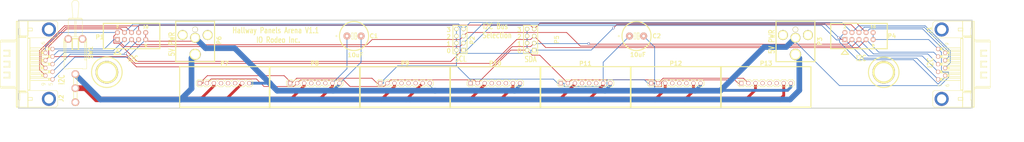
<source format=kicad_pcb>
(kicad_pcb (version 20171130) (host pcbnew 5.0.2-bee76a0~70~ubuntu18.04.1)

  (general
    (thickness 1.6002)
    (drawings 25)
    (tracks 345)
    (zones 0)
    (modules 20)
    (nets 14)
  )

  (page User 431.8 203.2)
  (title_block
    (title "Hallway Panels Arena")
    (date "4 aug 2011")
    (rev 1.0)
    (company "IO Rodeo Inc.")
  )

  (layers
    (0 Component signal)
    (31 Copper signal)
    (32 B.Adhes user)
    (33 F.Adhes user)
    (34 B.Paste user)
    (35 F.Paste user)
    (36 B.SilkS user)
    (37 F.SilkS user)
    (38 B.Mask user)
    (39 F.Mask user)
    (40 Dwgs.User user)
    (41 Cmts.User user)
    (42 Eco1.User user)
    (43 Eco2.User user)
    (44 Edge.Cuts user)
  )

  (setup
    (last_trace_width 0.2286)
    (trace_clearance 0.3048)
    (zone_clearance 0.508)
    (zone_45_only no)
    (trace_min 0.2032)
    (segment_width 0.381)
    (edge_width 0.381)
    (via_size 0.889)
    (via_drill 0.635)
    (via_min_size 0.889)
    (via_min_drill 0.508)
    (uvia_size 0.508)
    (uvia_drill 0.127)
    (uvias_allowed no)
    (uvia_min_size 0.508)
    (uvia_min_drill 0.127)
    (pcb_text_width 0.3048)
    (pcb_text_size 1.524 2.032)
    (mod_edge_width 0.381)
    (mod_text_size 1.524 1.524)
    (mod_text_width 0.3048)
    (pad_size 1.524 1.524)
    (pad_drill 0.8128)
    (pad_to_mask_clearance 0.254)
    (solder_mask_min_width 0.25)
    (aux_axis_origin 0 0)
    (visible_elements FFFFFF7F)
    (pcbplotparams
      (layerselection 0x010f0_ffffffff)
      (usegerberextensions true)
      (usegerberattributes false)
      (usegerberadvancedattributes false)
      (creategerberjobfile false)
      (excludeedgelayer true)
      (linewidth 0.150000)
      (plotframeref false)
      (viasonmask false)
      (mode 1)
      (useauxorigin false)
      (hpglpennumber 1)
      (hpglpenspeed 20)
      (hpglpendiameter 15.000000)
      (psnegative false)
      (psa4output false)
      (plotreference true)
      (plotvalue true)
      (plotinvisibletext false)
      (padsonsilk false)
      (subtractmaskfromsilk false)
      (outputformat 1)
      (mirror false)
      (drillshape 0)
      (scaleselection 1)
      (outputdirectory "gerber_v1p1/"))
  )

  (net 0 "")
  (net 1 /5V)
  (net 2 /SCL)
  (net 3 /SCL0)
  (net 4 /SCL1)
  (net 5 /SCL2)
  (net 6 /SCL3)
  (net 7 /SDA)
  (net 8 /SDA0)
  (net 9 /SDA1)
  (net 10 /SDA2)
  (net 11 /SDA3)
  (net 12 GND)
  (net 13 N-000002)

  (net_class Default "This is the default net class."
    (clearance 0.3048)
    (trace_width 0.2286)
    (via_dia 0.889)
    (via_drill 0.635)
    (uvia_dia 0.508)
    (uvia_drill 0.127)
    (add_net /5V)
    (add_net /SCL)
    (add_net /SCL0)
    (add_net /SCL1)
    (add_net /SCL2)
    (add_net /SCL3)
    (add_net /SDA)
    (add_net /SDA0)
    (add_net /SDA1)
    (add_net /SDA2)
    (add_net /SDA3)
    (add_net GND)
    (add_net N-000002)
  )

  (module JFRC_1X08 (layer Component) (tedit 4E2F9538) (tstamp 4E2F5996)
    (at 203.2 83.058)
    (path /4E2F5996)
    (attr virtual)
    (fp_text reference P10 (at 0 -7.1628) (layer F.SilkS)
      (effects (font (size 1.524 1.524) (thickness 0.3048)))
    )
    (fp_text value CONN_8 (at 0.8128 2.4892) (layer F.SilkS) hide
      (effects (font (size 1.524 1.524) (thickness 0.3048)))
    )
    (fp_line (start -16.129 8.636) (end 16.129 8.636) (layer F.SilkS) (width 0.381))
    (fp_line (start 16.129 8.636) (end 16.129 -5.969) (layer F.SilkS) (width 0.381))
    (fp_line (start 16.129 -5.969) (end -16.129 -5.969) (layer F.SilkS) (width 0.381))
    (fp_line (start -16.129 -5.969) (end -16.129 8.636) (layer F.SilkS) (width 0.381))
    (fp_line (start 5.715 -1.27) (end 6.985 -1.27) (layer F.SilkS) (width 0.2032))
    (fp_line (start 6.985 -1.27) (end 7.62 -0.635) (layer F.SilkS) (width 0.2032))
    (fp_line (start 7.62 0.635) (end 6.985 1.27) (layer F.SilkS) (width 0.2032))
    (fp_line (start 2.54 -0.635) (end 3.175 -1.27) (layer F.SilkS) (width 0.2032))
    (fp_line (start 3.175 -1.27) (end 4.445 -1.27) (layer F.SilkS) (width 0.2032))
    (fp_line (start 4.445 -1.27) (end 5.08 -0.635) (layer F.SilkS) (width 0.2032))
    (fp_line (start 5.08 0.635) (end 4.445 1.27) (layer F.SilkS) (width 0.2032))
    (fp_line (start 4.445 1.27) (end 3.175 1.27) (layer F.SilkS) (width 0.2032))
    (fp_line (start 3.175 1.27) (end 2.54 0.635) (layer F.SilkS) (width 0.2032))
    (fp_line (start 5.715 -1.27) (end 5.08 -0.635) (layer F.SilkS) (width 0.2032))
    (fp_line (start 5.08 0.635) (end 5.715 1.27) (layer F.SilkS) (width 0.2032))
    (fp_line (start 6.985 1.27) (end 5.715 1.27) (layer F.SilkS) (width 0.2032))
    (fp_line (start -1.905 -1.27) (end -0.635 -1.27) (layer F.SilkS) (width 0.2032))
    (fp_line (start -0.635 -1.27) (end 0 -0.635) (layer F.SilkS) (width 0.2032))
    (fp_line (start 0 0.635) (end -0.635 1.27) (layer F.SilkS) (width 0.2032))
    (fp_line (start 0 -0.635) (end 0.635 -1.27) (layer F.SilkS) (width 0.2032))
    (fp_line (start 0.635 -1.27) (end 1.905 -1.27) (layer F.SilkS) (width 0.2032))
    (fp_line (start 1.905 -1.27) (end 2.54 -0.635) (layer F.SilkS) (width 0.2032))
    (fp_line (start 2.54 0.635) (end 1.905 1.27) (layer F.SilkS) (width 0.2032))
    (fp_line (start 1.905 1.27) (end 0.635 1.27) (layer F.SilkS) (width 0.2032))
    (fp_line (start 0.635 1.27) (end 0 0.635) (layer F.SilkS) (width 0.2032))
    (fp_line (start -5.08 -0.635) (end -4.445 -1.27) (layer F.SilkS) (width 0.2032))
    (fp_line (start -4.445 -1.27) (end -3.175 -1.27) (layer F.SilkS) (width 0.2032))
    (fp_line (start -3.175 -1.27) (end -2.54 -0.635) (layer F.SilkS) (width 0.2032))
    (fp_line (start -2.54 0.635) (end -3.175 1.27) (layer F.SilkS) (width 0.2032))
    (fp_line (start -3.175 1.27) (end -4.445 1.27) (layer F.SilkS) (width 0.2032))
    (fp_line (start -4.445 1.27) (end -5.08 0.635) (layer F.SilkS) (width 0.2032))
    (fp_line (start -1.905 -1.27) (end -2.54 -0.635) (layer F.SilkS) (width 0.2032))
    (fp_line (start -2.54 0.635) (end -1.905 1.27) (layer F.SilkS) (width 0.2032))
    (fp_line (start -0.635 1.27) (end -1.905 1.27) (layer F.SilkS) (width 0.2032))
    (fp_line (start -9.525 -1.27) (end -8.255 -1.27) (layer F.SilkS) (width 0.2032))
    (fp_line (start -8.255 -1.27) (end -7.62 -0.635) (layer F.SilkS) (width 0.2032))
    (fp_line (start -7.62 0.635) (end -8.255 1.27) (layer F.SilkS) (width 0.2032))
    (fp_line (start -7.62 -0.635) (end -6.985 -1.27) (layer F.SilkS) (width 0.2032))
    (fp_line (start -6.985 -1.27) (end -5.715 -1.27) (layer F.SilkS) (width 0.2032))
    (fp_line (start -5.715 -1.27) (end -5.08 -0.635) (layer F.SilkS) (width 0.2032))
    (fp_line (start -5.08 0.635) (end -5.715 1.27) (layer F.SilkS) (width 0.2032))
    (fp_line (start -5.715 1.27) (end -6.985 1.27) (layer F.SilkS) (width 0.2032))
    (fp_line (start -6.985 1.27) (end -7.62 0.635) (layer F.SilkS) (width 0.2032))
    (fp_line (start -10.16 -0.635) (end -10.16 0.635) (layer F.SilkS) (width 0.2032))
    (fp_line (start -9.525 -1.27) (end -10.16 -0.635) (layer F.SilkS) (width 0.2032))
    (fp_line (start -10.16 0.635) (end -9.525 1.27) (layer F.SilkS) (width 0.2032))
    (fp_line (start -8.255 1.27) (end -9.525 1.27) (layer F.SilkS) (width 0.2032))
    (fp_line (start 8.255 -1.27) (end 9.525 -1.27) (layer F.SilkS) (width 0.2032))
    (fp_line (start 9.525 -1.27) (end 10.16 -0.635) (layer F.SilkS) (width 0.2032))
    (fp_line (start 10.16 -0.635) (end 10.16 0.635) (layer F.SilkS) (width 0.2032))
    (fp_line (start 10.16 0.635) (end 9.525 1.27) (layer F.SilkS) (width 0.2032))
    (fp_line (start 8.255 -1.27) (end 7.62 -0.635) (layer F.SilkS) (width 0.2032))
    (fp_line (start 7.62 0.635) (end 8.255 1.27) (layer F.SilkS) (width 0.2032))
    (fp_line (start 9.525 1.27) (end 8.255 1.27) (layer F.SilkS) (width 0.2032))
    (pad 1 thru_hole rect (at -8.89 0) (size 1.524 1.524) (drill 1.016) (layers *.Cu *.SilkS *.Mask)
      (net 2 /SCL))
    (pad 2 thru_hole circle (at -6.35 0) (size 1.524 1.524) (drill 1.016) (layers *.Cu *.SilkS *.Mask)
      (net 7 /SDA))
    (pad 3 thru_hole circle (at -3.81 0) (size 1.524 1.524) (drill 1.016) (layers *.Cu *.SilkS *.Mask)
      (net 1 /5V))
    (pad 4 thru_hole circle (at -1.27 0) (size 1.524 1.524) (drill 1.016) (layers *.Cu *.SilkS *.Mask))
    (pad 5 thru_hole circle (at 1.27 0) (size 1.524 1.524) (drill 1.016) (layers *.Cu *.SilkS *.Mask))
    (pad 6 thru_hole circle (at 3.81 0) (size 1.524 1.524) (drill 1.016) (layers *.Cu *.SilkS *.Mask))
    (pad 7 thru_hole circle (at 6.35 0) (size 1.524 1.524) (drill 1.016) (layers *.Cu *.SilkS *.Mask)
      (net 1 /5V))
    (pad 8 thru_hole circle (at 8.89 0) (size 1.524 1.524) (drill 1.016) (layers *.Cu *.SilkS *.Mask)
      (net 12 GND))
  )

  (module DB9_M09 (layer Component) (tedit 4D1A7CB2) (tstamp 4E2F54C5)
    (at 42.672 76.2 270)
    (descr SUB-D)
    (tags SUB-D)
    (path /4E2F54C5)
    (attr virtual)
    (fp_text reference J2 (at 12.319 -4.445 270) (layer F.SilkS)
      (effects (font (size 1.524 1.524) (thickness 0.3048)))
    )
    (fp_text value DB9 (at -12.446 -5.08 270) (layer F.SilkS) hide
      (effects (font (size 1.524 1.524) (thickness 0.3048)))
    )
    (fp_line (start 9.652 10.668) (end 9.906 10.668) (layer F.SilkS) (width 0.2032))
    (fp_line (start 9.906 10.668) (end 9.906 8.255) (layer F.SilkS) (width 0.2032))
    (fp_line (start 9.652 8.255) (end 9.906 8.255) (layer F.SilkS) (width 0.2032))
    (fp_line (start 9.652 10.668) (end 9.652 8.255) (layer F.SilkS) (width 0.2032))
    (fp_line (start -9.906 10.668) (end -9.652 10.668) (layer F.SilkS) (width 0.2032))
    (fp_line (start -9.652 10.668) (end -9.652 8.255) (layer F.SilkS) (width 0.2032))
    (fp_line (start -9.906 8.255) (end -9.652 8.255) (layer F.SilkS) (width 0.2032))
    (fp_line (start -9.906 10.668) (end -9.906 8.255) (layer F.SilkS) (width 0.2032))
    (fp_line (start 12.0142 7.62) (end 13.0302 7.62) (layer F.SilkS) (width 0.2032))
    (fp_line (start 13.0302 7.62) (end 13.0302 5.969) (layer F.SilkS) (width 0.2032))
    (fp_line (start 12.0142 5.969) (end 13.0302 5.969) (layer F.SilkS) (width 0.2032))
    (fp_line (start 12.0142 7.62) (end 12.0142 5.969) (layer F.SilkS) (width 0.2032))
    (fp_line (start -13.0302 7.62) (end -12.0142 7.62) (layer F.SilkS) (width 0.2032))
    (fp_line (start -12.0142 7.62) (end -12.0142 5.969) (layer F.SilkS) (width 0.2032))
    (fp_line (start -13.0302 5.969) (end -12.0142 5.969) (layer F.SilkS) (width 0.2032))
    (fp_line (start -13.0302 7.62) (end -13.0302 5.969) (layer F.SilkS) (width 0.2032))
    (fp_line (start -9.271 7.62) (end 9.271 7.62) (layer F.SilkS) (width 0.2032))
    (fp_line (start 9.271 7.62) (end 9.271 6.858) (layer F.SilkS) (width 0.2032))
    (fp_line (start -9.271 6.858) (end 9.271 6.858) (layer F.SilkS) (width 0.2032))
    (fp_line (start -9.271 7.62) (end -9.271 6.858) (layer F.SilkS) (width 0.2032))
    (fp_line (start -15.494 11.684) (end 15.494 11.684) (layer F.SilkS) (width 0.2032))
    (fp_line (start 15.494 11.684) (end 15.494 11.176) (layer F.SilkS) (width 0.2032))
    (fp_line (start -15.494 11.176) (end 15.494 11.176) (layer F.SilkS) (width 0.2032))
    (fp_line (start -15.494 11.684) (end -15.494 11.176) (layer F.SilkS) (width 0.2032))
    (fp_line (start -5.8928 6.858) (end -5.08 6.858) (layer F.SilkS) (width 0.2032))
    (fp_line (start -5.08 6.858) (end -5.08 -0.381) (layer F.SilkS) (width 0.2032))
    (fp_line (start -5.8928 -0.381) (end -5.08 -0.381) (layer F.SilkS) (width 0.2032))
    (fp_line (start -5.8928 6.858) (end -5.8928 -0.381) (layer F.SilkS) (width 0.2032))
    (fp_line (start -4.5212 6.858) (end -3.7084 6.858) (layer F.SilkS) (width 0.2032))
    (fp_line (start -3.7084 6.858) (end -3.7084 2.159) (layer F.SilkS) (width 0.2032))
    (fp_line (start -4.5212 2.159) (end -3.7084 2.159) (layer F.SilkS) (width 0.2032))
    (fp_line (start -4.5212 6.858) (end -4.5212 2.159) (layer F.SilkS) (width 0.2032))
    (fp_line (start -3.1496 6.858) (end -2.3368 6.858) (layer F.SilkS) (width 0.2032))
    (fp_line (start -2.3368 6.858) (end -2.3368 -0.381) (layer F.SilkS) (width 0.2032))
    (fp_line (start -3.1496 -0.381) (end -2.3368 -0.381) (layer F.SilkS) (width 0.2032))
    (fp_line (start -3.1496 6.858) (end -3.1496 -0.381) (layer F.SilkS) (width 0.2032))
    (fp_line (start -1.778 6.858) (end -0.9652 6.858) (layer F.SilkS) (width 0.2032))
    (fp_line (start -0.9652 6.858) (end -0.9652 2.159) (layer F.SilkS) (width 0.2032))
    (fp_line (start -1.778 2.159) (end -0.9652 2.159) (layer F.SilkS) (width 0.2032))
    (fp_line (start -1.778 6.858) (end -1.778 2.159) (layer F.SilkS) (width 0.2032))
    (fp_line (start -0.4064 6.858) (end 0.4064 6.858) (layer F.SilkS) (width 0.2032))
    (fp_line (start 0.4064 6.858) (end 0.4064 -0.381) (layer F.SilkS) (width 0.2032))
    (fp_line (start -0.4064 -0.381) (end 0.4064 -0.381) (layer F.SilkS) (width 0.2032))
    (fp_line (start -0.4064 6.858) (end -0.4064 -0.381) (layer F.SilkS) (width 0.2032))
    (fp_line (start 0.9652 6.858) (end 1.778 6.858) (layer F.SilkS) (width 0.2032))
    (fp_line (start 1.778 6.858) (end 1.778 2.159) (layer F.SilkS) (width 0.2032))
    (fp_line (start 0.9652 2.159) (end 1.778 2.159) (layer F.SilkS) (width 0.2032))
    (fp_line (start 0.9652 6.858) (end 0.9652 2.159) (layer F.SilkS) (width 0.2032))
    (fp_line (start 2.3368 6.858) (end 3.1496 6.858) (layer F.SilkS) (width 0.2032))
    (fp_line (start 3.1496 6.858) (end 3.1496 -0.381) (layer F.SilkS) (width 0.2032))
    (fp_line (start 2.3368 -0.381) (end 3.1496 -0.381) (layer F.SilkS) (width 0.2032))
    (fp_line (start 2.3368 6.858) (end 2.3368 -0.381) (layer F.SilkS) (width 0.2032))
    (fp_line (start 3.7084 6.858) (end 4.5212 6.858) (layer F.SilkS) (width 0.2032))
    (fp_line (start 4.5212 6.858) (end 4.5212 2.159) (layer F.SilkS) (width 0.2032))
    (fp_line (start 3.7084 2.159) (end 4.5212 2.159) (layer F.SilkS) (width 0.2032))
    (fp_line (start 3.7084 6.858) (end 3.7084 2.159) (layer F.SilkS) (width 0.2032))
    (fp_line (start 5.08 6.858) (end 5.8928 6.858) (layer F.SilkS) (width 0.2032))
    (fp_line (start 5.8928 6.858) (end 5.8928 -0.381) (layer F.SilkS) (width 0.2032))
    (fp_line (start 5.08 -0.381) (end 5.8928 -0.381) (layer F.SilkS) (width 0.2032))
    (fp_line (start 5.08 6.858) (end 5.08 -0.381) (layer F.SilkS) (width 0.2032))
    (fp_line (start 8.255 17.52346) (end 8.001 17.52346) (layer F.SilkS) (width 0.1524))
    (fp_line (start 8.382 11.684) (end 8.382 17.018) (layer F.SilkS) (width 0.1524))
    (fp_line (start 8.382 11.684) (end -8.382 11.684) (layer F.SilkS) (width 0.1524))
    (fp_line (start -8.382 11.684) (end -8.382 17.018) (layer F.SilkS) (width 0.1524))
    (fp_line (start 15.494 7.62) (end 10.414 7.62) (layer F.SilkS) (width 0.1524))
    (fp_line (start 15.494 7.62) (end 15.494 10.668) (layer F.SilkS) (width 0.1524))
    (fp_line (start 15.494 7.62) (end 15.494 7.493) (layer F.SilkS) (width 0.1524))
    (fp_line (start 15.494 10.668) (end 12.954 10.668) (layer F.SilkS) (width 0.1524))
    (fp_line (start 15.494 10.668) (end 15.494 11.176) (layer F.SilkS) (width 0.1524))
    (fp_line (start 15.494 11.176) (end 15.494 11.684) (layer F.SilkS) (width 0.1524))
    (fp_line (start -15.494 11.684) (end -15.494 11.176) (layer F.SilkS) (width 0.1524))
    (fp_line (start -15.494 11.176) (end -15.494 10.668) (layer F.SilkS) (width 0.1524))
    (fp_line (start -15.494 10.668) (end -15.494 7.62) (layer F.SilkS) (width 0.1524))
    (fp_line (start -15.494 7.62) (end -15.494 7.493) (layer F.SilkS) (width 0.1524))
    (fp_line (start 12.954 10.414) (end 10.414 10.414) (layer F.SilkS) (width 0.1524))
    (fp_line (start 15.494 11.176) (end 12.954 11.176) (layer F.SilkS) (width 0.1524))
    (fp_line (start 12.954 11.176) (end 10.414 11.176) (layer F.SilkS) (width 0.1524))
    (fp_line (start 12.954 10.668) (end 12.954 11.176) (layer F.SilkS) (width 0.1524))
    (fp_line (start 12.954 10.668) (end 12.954 10.414) (layer F.SilkS) (width 0.1524))
    (fp_line (start 10.414 10.414) (end 10.414 10.668) (layer F.SilkS) (width 0.1524))
    (fp_line (start 10.414 10.668) (end 10.414 11.176) (layer F.SilkS) (width 0.1524))
    (fp_line (start 15.494 7.493) (end 10.414 7.493) (layer F.SilkS) (width 0.1524))
    (fp_line (start 10.414 7.493) (end 10.414 7.62) (layer F.SilkS) (width 0.1524))
    (fp_line (start 10.414 10.668) (end 10.287 10.668) (layer F.SilkS) (width 0.1524))
    (fp_line (start 10.287 10.668) (end -10.287 10.668) (layer F.SilkS) (width 0.1524))
    (fp_line (start 10.414 7.62) (end 9.525 7.62) (layer F.SilkS) (width 0.1524))
    (fp_line (start 9.525 7.62) (end 9.271 7.62) (layer F.SilkS) (width 0.1524))
    (fp_line (start 10.287 8.255) (end 10.287 10.668) (layer F.SilkS) (width 0.1524))
    (fp_line (start 9.271 7.62) (end 9.271 6.858) (layer F.SilkS) (width 0.1524))
    (fp_line (start 9.271 7.62) (end -9.271 7.62) (layer F.SilkS) (width 0.1524))
    (fp_line (start 9.271 6.858) (end -9.271 6.858) (layer F.SilkS) (width 0.1524))
    (fp_line (start -9.271 7.62) (end -9.271 6.858) (layer F.SilkS) (width 0.1524))
    (fp_line (start -9.271 7.62) (end -9.525 7.62) (layer F.SilkS) (width 0.1524))
    (fp_line (start -9.525 7.62) (end -9.652 7.62) (layer F.SilkS) (width 0.1524))
    (fp_line (start -9.652 7.62) (end -10.414 7.62) (layer F.SilkS) (width 0.1524))
    (fp_line (start -10.414 7.493) (end -15.494 7.493) (layer F.SilkS) (width 0.1524))
    (fp_line (start -12.954 10.668) (end -12.954 11.176) (layer F.SilkS) (width 0.1524))
    (fp_line (start -12.954 10.668) (end -15.494 10.668) (layer F.SilkS) (width 0.1524))
    (fp_line (start -12.954 11.176) (end -15.494 11.176) (layer F.SilkS) (width 0.1524))
    (fp_line (start -10.414 10.414) (end -12.954 10.414) (layer F.SilkS) (width 0.1524))
    (fp_line (start -12.954 10.668) (end -12.954 10.414) (layer F.SilkS) (width 0.1524))
    (fp_line (start 10.414 11.176) (end -10.414 11.176) (layer F.SilkS) (width 0.1524))
    (fp_line (start -10.414 11.176) (end -12.954 11.176) (layer F.SilkS) (width 0.1524))
    (fp_line (start -10.414 10.414) (end -10.414 10.668) (layer F.SilkS) (width 0.1524))
    (fp_line (start -10.414 10.668) (end -10.414 11.176) (layer F.SilkS) (width 0.1524))
    (fp_line (start -10.287 8.255) (end -10.287 10.668) (layer F.SilkS) (width 0.1524))
    (fp_line (start -10.287 10.668) (end -10.414 10.668) (layer F.SilkS) (width 0.1524))
    (fp_line (start 14.859 -3.175) (end 15.494 -2.54) (layer F.SilkS) (width 0.1524))
    (fp_line (start 15.494 -2.54) (end 15.494 7.493) (layer F.SilkS) (width 0.1524))
    (fp_line (start 10.033 -3.175) (end 14.859 -3.175) (layer F.SilkS) (width 0.1524))
    (fp_line (start 10.033 -3.175) (end 9.525 -2.667) (layer F.SilkS) (width 0.1524))
    (fp_line (start 9.525 -2.667) (end 9.525 7.62) (layer F.SilkS) (width 0.1524))
    (fp_line (start -9.525 -2.667) (end -9.525 7.62) (layer F.SilkS) (width 0.1524))
    (fp_line (start -9.525 -2.667) (end -10.033 -3.175) (layer F.SilkS) (width 0.1524))
    (fp_line (start -10.033 -3.175) (end -14.986 -3.175) (layer F.SilkS) (width 0.1524))
    (fp_line (start -14.986 -3.175) (end -15.494 -2.667) (layer F.SilkS) (width 0.1524))
    (fp_line (start -15.494 -2.667) (end -15.494 7.493) (layer F.SilkS) (width 0.1524))
    (fp_line (start -5.08 13.97) (end -2.794 13.97) (layer F.SilkS) (width 0.1524))
    (fp_line (start -2.794 13.97) (end -2.794 16.256) (layer F.SilkS) (width 0.1524))
    (fp_line (start -2.794 16.256) (end -3.175 16.256) (layer F.SilkS) (width 0.1524))
    (fp_line (start -3.175 16.256) (end -3.175 14.34846) (layer F.SilkS) (width 0.1524))
    (fp_line (start -3.175 14.34846) (end -4.699 14.34846) (layer F.SilkS) (width 0.1524))
    (fp_line (start -4.699 14.34846) (end -4.699 16.256) (layer F.SilkS) (width 0.1524))
    (fp_line (start -4.699 16.256) (end -5.08 16.256) (layer F.SilkS) (width 0.1524))
    (fp_line (start -5.08 16.256) (end -5.08 13.97) (layer F.SilkS) (width 0.1524))
    (fp_line (start -1.143 13.97) (end 1.143 13.97) (layer F.SilkS) (width 0.1524))
    (fp_line (start 1.143 13.97) (end 1.143 16.256) (layer F.SilkS) (width 0.1524))
    (fp_line (start 1.143 16.256) (end 0.762 16.256) (layer F.SilkS) (width 0.1524))
    (fp_line (start 0.762 16.256) (end 0.762 14.34846) (layer F.SilkS) (width 0.1524))
    (fp_line (start 0.762 14.34846) (end -0.762 14.34846) (layer F.SilkS) (width 0.1524))
    (fp_line (start -0.762 14.34846) (end -0.762 16.256) (layer F.SilkS) (width 0.1524))
    (fp_line (start -0.762 16.256) (end -1.143 16.256) (layer F.SilkS) (width 0.1524))
    (fp_line (start -1.143 16.256) (end -1.143 13.97) (layer F.SilkS) (width 0.1524))
    (fp_line (start 2.794 13.97) (end 5.08 13.97) (layer F.SilkS) (width 0.1524))
    (fp_line (start 5.08 13.97) (end 5.08 16.256) (layer F.SilkS) (width 0.1524))
    (fp_line (start 5.08 16.256) (end 4.699 16.256) (layer F.SilkS) (width 0.1524))
    (fp_line (start 4.699 16.256) (end 4.699 14.34846) (layer F.SilkS) (width 0.1524))
    (fp_line (start 4.699 14.34846) (end 3.175 14.34846) (layer F.SilkS) (width 0.1524))
    (fp_line (start 3.175 14.34846) (end 3.175 16.256) (layer F.SilkS) (width 0.1524))
    (fp_line (start 3.175 16.256) (end 2.794 16.256) (layer F.SilkS) (width 0.1524))
    (fp_line (start 2.794 16.256) (end 2.794 13.97) (layer F.SilkS) (width 0.1524))
    (fp_line (start -10.414 7.493) (end -10.414 7.62) (layer F.SilkS) (width 0.1524))
    (fp_line (start -10.414 7.62) (end -15.494 7.62) (layer F.SilkS) (width 0.1524))
    (fp_line (start -8.382 11.684) (end -9.398 11.684) (layer F.SilkS) (width 0.1524))
    (fp_line (start -9.398 11.684) (end -15.494 11.684) (layer F.SilkS) (width 0.1524))
    (fp_line (start -8.76046 12.319) (end -8.76046 17.018) (layer F.SilkS) (width 0.1524))
    (fp_line (start 15.494 11.684) (end 9.398 11.684) (layer F.SilkS) (width 0.1524))
    (fp_line (start 9.398 11.684) (end 8.382 11.684) (layer F.SilkS) (width 0.1524))
    (fp_line (start 8.76046 12.319) (end 8.76046 17.018) (layer F.SilkS) (width 0.1524))
    (fp_line (start -8.001 12.192) (end -8.001 17.52346) (layer F.SilkS) (width 0.1524))
    (fp_line (start -8.001 17.52346) (end -8.255 17.52346) (layer F.SilkS) (width 0.1524))
    (fp_line (start 8.001 12.192) (end 8.001 17.52346) (layer F.SilkS) (width 0.1524))
    (fp_line (start 8.001 17.52346) (end -8.001 17.52346) (layer F.SilkS) (width 0.1524))
    (fp_line (start 0 -1.143) (end 0 -0.127) (layer F.SilkS) (width 0.8128))
    (fp_line (start 2.7432 -1.143) (end 2.7432 -0.127) (layer F.SilkS) (width 0.8128))
    (fp_line (start 5.4864 -1.143) (end 5.4864 -0.127) (layer F.SilkS) (width 0.8128))
    (fp_line (start 4.1148 1.397) (end 4.1148 2.413) (layer F.SilkS) (width 0.8128))
    (fp_line (start 1.3716 1.397) (end 1.3716 2.413) (layer F.SilkS) (width 0.8128))
    (fp_line (start -1.3716 1.397) (end -1.3716 2.413) (layer F.SilkS) (width 0.8128))
    (fp_line (start -2.7432 -1.143) (end -2.7432 -0.127) (layer F.SilkS) (width 0.8128))
    (fp_line (start -4.1148 1.397) (end -4.1148 2.413) (layer F.SilkS) (width 0.8128))
    (fp_line (start -5.4864 -1.143) (end -5.4864 -0.127) (layer F.SilkS) (width 0.8128))
    (fp_circle (center 12.5222 0) (end 13.3477 0.8255) (layer F.SilkS) (width 0.1524))
    (fp_circle (center -12.5222 0) (end -13.3477 0.8255) (layer F.SilkS) (width 0.1524))
    (fp_arc (start 8.255 17.018) (end 8.76046 17.018) (angle 90) (layer F.SilkS) (width 0.1524))
    (fp_arc (start -8.255 17.018) (end -8.255 17.52346) (angle 90) (layer F.SilkS) (width 0.1524))
    (fp_arc (start 9.652 8.255) (end 9.652 7.62) (angle 90) (layer F.SilkS) (width 0.1524))
    (fp_arc (start -9.652 8.255) (end -10.287 8.255) (angle 90) (layer F.SilkS) (width 0.1524))
    (fp_arc (start -9.398 12.319) (end -9.398 11.684) (angle 90) (layer F.SilkS) (width 0.1524))
    (fp_arc (start 9.398 12.319) (end 8.76046 12.319) (angle 90) (layer F.SilkS) (width 0.1524))
    (fp_text user 1 (at -7.62 -0.635 270) (layer F.SilkS)
      (effects (font (size 1.27 1.27) (thickness 0.127)))
    )
    (fp_text user 5 (at 7.23646 -0.635 270) (layer F.SilkS)
      (effects (font (size 1.27 1.27) (thickness 0.127)))
    )
    (fp_text user 9 (at 7.23646 1.905 270) (layer F.SilkS)
      (effects (font (size 1.27 1.27) (thickness 0.127)))
    )
    (fp_text user 6 (at -7.62 2.032 270) (layer F.SilkS)
      (effects (font (size 1.27 1.27) (thickness 0.127)))
    )
    (fp_text user M09 (at -6.35 8.89 270) (layer F.SilkS) hide
      (effects (font (size 1.524 1.524) (thickness 0.3048)))
    )
    (pad 1 thru_hole circle (at -5.4864 -1.27 270) (size 1.524 1.524) (drill 1.016) (layers *.Cu *.SilkS *.Mask)
      (net 4 /SCL1))
    (pad 2 thru_hole circle (at -2.7432 -1.27 270) (size 1.524 1.524) (drill 1.016) (layers *.Cu *.SilkS *.Mask)
      (net 9 /SDA1))
    (pad 3 thru_hole circle (at 0 -1.27 270) (size 1.524 1.524) (drill 1.016) (layers *.Cu *.SilkS *.Mask)
      (net 5 /SCL2))
    (pad 4 thru_hole circle (at 2.7432 -1.27 270) (size 1.524 1.524) (drill 1.016) (layers *.Cu *.SilkS *.Mask)
      (net 10 /SDA2))
    (pad 5 thru_hole circle (at 5.4864 -1.27 270) (size 1.524 1.524) (drill 1.016) (layers *.Cu *.SilkS *.Mask)
      (net 12 GND))
    (pad 6 thru_hole circle (at -4.1148 1.27 270) (size 1.524 1.524) (drill 1.016) (layers *.Cu *.SilkS *.Mask)
      (net 3 /SCL0))
    (pad 7 thru_hole circle (at -1.3716 1.27 270) (size 1.524 1.524) (drill 1.016) (layers *.Cu *.SilkS *.Mask)
      (net 6 /SCL3))
    (pad 8 thru_hole circle (at 1.3716 1.27 270) (size 1.524 1.524) (drill 1.016) (layers *.Cu *.SilkS *.Mask)
      (net 8 /SDA0))
    (pad 9 thru_hole circle (at 4.1148 1.27 270) (size 1.524 1.524) (drill 1.016) (layers *.Cu *.SilkS *.Mask)
      (net 11 /SDA3))
    (pad "" thru_hole circle (at -12.5222 0 270) (size 5.08 5.08) (drill 3.302) (layers *.Cu))
    (pad "" thru_hole circle (at 12.5222 0 270) (size 5.08 5.08) (drill 3.302) (layers *.Cu))
  )

  (module DB9_M09 (layer Component) (tedit 4D1A7CB2) (tstamp 4E2F5712)
    (at 363.728 76.2 90)
    (descr SUB-D)
    (tags SUB-D)
    (path /4E2F5712)
    (attr virtual)
    (fp_text reference J1 (at 12.319 -4.445 90) (layer F.SilkS)
      (effects (font (size 1.524 1.524) (thickness 0.3048)))
    )
    (fp_text value DB9 (at -12.446 -5.08 90) (layer F.SilkS) hide
      (effects (font (size 1.524 1.524) (thickness 0.3048)))
    )
    (fp_line (start 9.652 10.668) (end 9.906 10.668) (layer F.SilkS) (width 0.2032))
    (fp_line (start 9.906 10.668) (end 9.906 8.255) (layer F.SilkS) (width 0.2032))
    (fp_line (start 9.652 8.255) (end 9.906 8.255) (layer F.SilkS) (width 0.2032))
    (fp_line (start 9.652 10.668) (end 9.652 8.255) (layer F.SilkS) (width 0.2032))
    (fp_line (start -9.906 10.668) (end -9.652 10.668) (layer F.SilkS) (width 0.2032))
    (fp_line (start -9.652 10.668) (end -9.652 8.255) (layer F.SilkS) (width 0.2032))
    (fp_line (start -9.906 8.255) (end -9.652 8.255) (layer F.SilkS) (width 0.2032))
    (fp_line (start -9.906 10.668) (end -9.906 8.255) (layer F.SilkS) (width 0.2032))
    (fp_line (start 12.0142 7.62) (end 13.0302 7.62) (layer F.SilkS) (width 0.2032))
    (fp_line (start 13.0302 7.62) (end 13.0302 5.969) (layer F.SilkS) (width 0.2032))
    (fp_line (start 12.0142 5.969) (end 13.0302 5.969) (layer F.SilkS) (width 0.2032))
    (fp_line (start 12.0142 7.62) (end 12.0142 5.969) (layer F.SilkS) (width 0.2032))
    (fp_line (start -13.0302 7.62) (end -12.0142 7.62) (layer F.SilkS) (width 0.2032))
    (fp_line (start -12.0142 7.62) (end -12.0142 5.969) (layer F.SilkS) (width 0.2032))
    (fp_line (start -13.0302 5.969) (end -12.0142 5.969) (layer F.SilkS) (width 0.2032))
    (fp_line (start -13.0302 7.62) (end -13.0302 5.969) (layer F.SilkS) (width 0.2032))
    (fp_line (start -9.271 7.62) (end 9.271 7.62) (layer F.SilkS) (width 0.2032))
    (fp_line (start 9.271 7.62) (end 9.271 6.858) (layer F.SilkS) (width 0.2032))
    (fp_line (start -9.271 6.858) (end 9.271 6.858) (layer F.SilkS) (width 0.2032))
    (fp_line (start -9.271 7.62) (end -9.271 6.858) (layer F.SilkS) (width 0.2032))
    (fp_line (start -15.494 11.684) (end 15.494 11.684) (layer F.SilkS) (width 0.2032))
    (fp_line (start 15.494 11.684) (end 15.494 11.176) (layer F.SilkS) (width 0.2032))
    (fp_line (start -15.494 11.176) (end 15.494 11.176) (layer F.SilkS) (width 0.2032))
    (fp_line (start -15.494 11.684) (end -15.494 11.176) (layer F.SilkS) (width 0.2032))
    (fp_line (start -5.8928 6.858) (end -5.08 6.858) (layer F.SilkS) (width 0.2032))
    (fp_line (start -5.08 6.858) (end -5.08 -0.381) (layer F.SilkS) (width 0.2032))
    (fp_line (start -5.8928 -0.381) (end -5.08 -0.381) (layer F.SilkS) (width 0.2032))
    (fp_line (start -5.8928 6.858) (end -5.8928 -0.381) (layer F.SilkS) (width 0.2032))
    (fp_line (start -4.5212 6.858) (end -3.7084 6.858) (layer F.SilkS) (width 0.2032))
    (fp_line (start -3.7084 6.858) (end -3.7084 2.159) (layer F.SilkS) (width 0.2032))
    (fp_line (start -4.5212 2.159) (end -3.7084 2.159) (layer F.SilkS) (width 0.2032))
    (fp_line (start -4.5212 6.858) (end -4.5212 2.159) (layer F.SilkS) (width 0.2032))
    (fp_line (start -3.1496 6.858) (end -2.3368 6.858) (layer F.SilkS) (width 0.2032))
    (fp_line (start -2.3368 6.858) (end -2.3368 -0.381) (layer F.SilkS) (width 0.2032))
    (fp_line (start -3.1496 -0.381) (end -2.3368 -0.381) (layer F.SilkS) (width 0.2032))
    (fp_line (start -3.1496 6.858) (end -3.1496 -0.381) (layer F.SilkS) (width 0.2032))
    (fp_line (start -1.778 6.858) (end -0.9652 6.858) (layer F.SilkS) (width 0.2032))
    (fp_line (start -0.9652 6.858) (end -0.9652 2.159) (layer F.SilkS) (width 0.2032))
    (fp_line (start -1.778 2.159) (end -0.9652 2.159) (layer F.SilkS) (width 0.2032))
    (fp_line (start -1.778 6.858) (end -1.778 2.159) (layer F.SilkS) (width 0.2032))
    (fp_line (start -0.4064 6.858) (end 0.4064 6.858) (layer F.SilkS) (width 0.2032))
    (fp_line (start 0.4064 6.858) (end 0.4064 -0.381) (layer F.SilkS) (width 0.2032))
    (fp_line (start -0.4064 -0.381) (end 0.4064 -0.381) (layer F.SilkS) (width 0.2032))
    (fp_line (start -0.4064 6.858) (end -0.4064 -0.381) (layer F.SilkS) (width 0.2032))
    (fp_line (start 0.9652 6.858) (end 1.778 6.858) (layer F.SilkS) (width 0.2032))
    (fp_line (start 1.778 6.858) (end 1.778 2.159) (layer F.SilkS) (width 0.2032))
    (fp_line (start 0.9652 2.159) (end 1.778 2.159) (layer F.SilkS) (width 0.2032))
    (fp_line (start 0.9652 6.858) (end 0.9652 2.159) (layer F.SilkS) (width 0.2032))
    (fp_line (start 2.3368 6.858) (end 3.1496 6.858) (layer F.SilkS) (width 0.2032))
    (fp_line (start 3.1496 6.858) (end 3.1496 -0.381) (layer F.SilkS) (width 0.2032))
    (fp_line (start 2.3368 -0.381) (end 3.1496 -0.381) (layer F.SilkS) (width 0.2032))
    (fp_line (start 2.3368 6.858) (end 2.3368 -0.381) (layer F.SilkS) (width 0.2032))
    (fp_line (start 3.7084 6.858) (end 4.5212 6.858) (layer F.SilkS) (width 0.2032))
    (fp_line (start 4.5212 6.858) (end 4.5212 2.159) (layer F.SilkS) (width 0.2032))
    (fp_line (start 3.7084 2.159) (end 4.5212 2.159) (layer F.SilkS) (width 0.2032))
    (fp_line (start 3.7084 6.858) (end 3.7084 2.159) (layer F.SilkS) (width 0.2032))
    (fp_line (start 5.08 6.858) (end 5.8928 6.858) (layer F.SilkS) (width 0.2032))
    (fp_line (start 5.8928 6.858) (end 5.8928 -0.381) (layer F.SilkS) (width 0.2032))
    (fp_line (start 5.08 -0.381) (end 5.8928 -0.381) (layer F.SilkS) (width 0.2032))
    (fp_line (start 5.08 6.858) (end 5.08 -0.381) (layer F.SilkS) (width 0.2032))
    (fp_line (start 8.255 17.52346) (end 8.001 17.52346) (layer F.SilkS) (width 0.1524))
    (fp_line (start 8.382 11.684) (end 8.382 17.018) (layer F.SilkS) (width 0.1524))
    (fp_line (start 8.382 11.684) (end -8.382 11.684) (layer F.SilkS) (width 0.1524))
    (fp_line (start -8.382 11.684) (end -8.382 17.018) (layer F.SilkS) (width 0.1524))
    (fp_line (start 15.494 7.62) (end 10.414 7.62) (layer F.SilkS) (width 0.1524))
    (fp_line (start 15.494 7.62) (end 15.494 10.668) (layer F.SilkS) (width 0.1524))
    (fp_line (start 15.494 7.62) (end 15.494 7.493) (layer F.SilkS) (width 0.1524))
    (fp_line (start 15.494 10.668) (end 12.954 10.668) (layer F.SilkS) (width 0.1524))
    (fp_line (start 15.494 10.668) (end 15.494 11.176) (layer F.SilkS) (width 0.1524))
    (fp_line (start 15.494 11.176) (end 15.494 11.684) (layer F.SilkS) (width 0.1524))
    (fp_line (start -15.494 11.684) (end -15.494 11.176) (layer F.SilkS) (width 0.1524))
    (fp_line (start -15.494 11.176) (end -15.494 10.668) (layer F.SilkS) (width 0.1524))
    (fp_line (start -15.494 10.668) (end -15.494 7.62) (layer F.SilkS) (width 0.1524))
    (fp_line (start -15.494 7.62) (end -15.494 7.493) (layer F.SilkS) (width 0.1524))
    (fp_line (start 12.954 10.414) (end 10.414 10.414) (layer F.SilkS) (width 0.1524))
    (fp_line (start 15.494 11.176) (end 12.954 11.176) (layer F.SilkS) (width 0.1524))
    (fp_line (start 12.954 11.176) (end 10.414 11.176) (layer F.SilkS) (width 0.1524))
    (fp_line (start 12.954 10.668) (end 12.954 11.176) (layer F.SilkS) (width 0.1524))
    (fp_line (start 12.954 10.668) (end 12.954 10.414) (layer F.SilkS) (width 0.1524))
    (fp_line (start 10.414 10.414) (end 10.414 10.668) (layer F.SilkS) (width 0.1524))
    (fp_line (start 10.414 10.668) (end 10.414 11.176) (layer F.SilkS) (width 0.1524))
    (fp_line (start 15.494 7.493) (end 10.414 7.493) (layer F.SilkS) (width 0.1524))
    (fp_line (start 10.414 7.493) (end 10.414 7.62) (layer F.SilkS) (width 0.1524))
    (fp_line (start 10.414 10.668) (end 10.287 10.668) (layer F.SilkS) (width 0.1524))
    (fp_line (start 10.287 10.668) (end -10.287 10.668) (layer F.SilkS) (width 0.1524))
    (fp_line (start 10.414 7.62) (end 9.525 7.62) (layer F.SilkS) (width 0.1524))
    (fp_line (start 9.525 7.62) (end 9.271 7.62) (layer F.SilkS) (width 0.1524))
    (fp_line (start 10.287 8.255) (end 10.287 10.668) (layer F.SilkS) (width 0.1524))
    (fp_line (start 9.271 7.62) (end 9.271 6.858) (layer F.SilkS) (width 0.1524))
    (fp_line (start 9.271 7.62) (end -9.271 7.62) (layer F.SilkS) (width 0.1524))
    (fp_line (start 9.271 6.858) (end -9.271 6.858) (layer F.SilkS) (width 0.1524))
    (fp_line (start -9.271 7.62) (end -9.271 6.858) (layer F.SilkS) (width 0.1524))
    (fp_line (start -9.271 7.62) (end -9.525 7.62) (layer F.SilkS) (width 0.1524))
    (fp_line (start -9.525 7.62) (end -9.652 7.62) (layer F.SilkS) (width 0.1524))
    (fp_line (start -9.652 7.62) (end -10.414 7.62) (layer F.SilkS) (width 0.1524))
    (fp_line (start -10.414 7.493) (end -15.494 7.493) (layer F.SilkS) (width 0.1524))
    (fp_line (start -12.954 10.668) (end -12.954 11.176) (layer F.SilkS) (width 0.1524))
    (fp_line (start -12.954 10.668) (end -15.494 10.668) (layer F.SilkS) (width 0.1524))
    (fp_line (start -12.954 11.176) (end -15.494 11.176) (layer F.SilkS) (width 0.1524))
    (fp_line (start -10.414 10.414) (end -12.954 10.414) (layer F.SilkS) (width 0.1524))
    (fp_line (start -12.954 10.668) (end -12.954 10.414) (layer F.SilkS) (width 0.1524))
    (fp_line (start 10.414 11.176) (end -10.414 11.176) (layer F.SilkS) (width 0.1524))
    (fp_line (start -10.414 11.176) (end -12.954 11.176) (layer F.SilkS) (width 0.1524))
    (fp_line (start -10.414 10.414) (end -10.414 10.668) (layer F.SilkS) (width 0.1524))
    (fp_line (start -10.414 10.668) (end -10.414 11.176) (layer F.SilkS) (width 0.1524))
    (fp_line (start -10.287 8.255) (end -10.287 10.668) (layer F.SilkS) (width 0.1524))
    (fp_line (start -10.287 10.668) (end -10.414 10.668) (layer F.SilkS) (width 0.1524))
    (fp_line (start 14.859 -3.175) (end 15.494 -2.54) (layer F.SilkS) (width 0.1524))
    (fp_line (start 15.494 -2.54) (end 15.494 7.493) (layer F.SilkS) (width 0.1524))
    (fp_line (start 10.033 -3.175) (end 14.859 -3.175) (layer F.SilkS) (width 0.1524))
    (fp_line (start 10.033 -3.175) (end 9.525 -2.667) (layer F.SilkS) (width 0.1524))
    (fp_line (start 9.525 -2.667) (end 9.525 7.62) (layer F.SilkS) (width 0.1524))
    (fp_line (start -9.525 -2.667) (end -9.525 7.62) (layer F.SilkS) (width 0.1524))
    (fp_line (start -9.525 -2.667) (end -10.033 -3.175) (layer F.SilkS) (width 0.1524))
    (fp_line (start -10.033 -3.175) (end -14.986 -3.175) (layer F.SilkS) (width 0.1524))
    (fp_line (start -14.986 -3.175) (end -15.494 -2.667) (layer F.SilkS) (width 0.1524))
    (fp_line (start -15.494 -2.667) (end -15.494 7.493) (layer F.SilkS) (width 0.1524))
    (fp_line (start -5.08 13.97) (end -2.794 13.97) (layer F.SilkS) (width 0.1524))
    (fp_line (start -2.794 13.97) (end -2.794 16.256) (layer F.SilkS) (width 0.1524))
    (fp_line (start -2.794 16.256) (end -3.175 16.256) (layer F.SilkS) (width 0.1524))
    (fp_line (start -3.175 16.256) (end -3.175 14.34846) (layer F.SilkS) (width 0.1524))
    (fp_line (start -3.175 14.34846) (end -4.699 14.34846) (layer F.SilkS) (width 0.1524))
    (fp_line (start -4.699 14.34846) (end -4.699 16.256) (layer F.SilkS) (width 0.1524))
    (fp_line (start -4.699 16.256) (end -5.08 16.256) (layer F.SilkS) (width 0.1524))
    (fp_line (start -5.08 16.256) (end -5.08 13.97) (layer F.SilkS) (width 0.1524))
    (fp_line (start -1.143 13.97) (end 1.143 13.97) (layer F.SilkS) (width 0.1524))
    (fp_line (start 1.143 13.97) (end 1.143 16.256) (layer F.SilkS) (width 0.1524))
    (fp_line (start 1.143 16.256) (end 0.762 16.256) (layer F.SilkS) (width 0.1524))
    (fp_line (start 0.762 16.256) (end 0.762 14.34846) (layer F.SilkS) (width 0.1524))
    (fp_line (start 0.762 14.34846) (end -0.762 14.34846) (layer F.SilkS) (width 0.1524))
    (fp_line (start -0.762 14.34846) (end -0.762 16.256) (layer F.SilkS) (width 0.1524))
    (fp_line (start -0.762 16.256) (end -1.143 16.256) (layer F.SilkS) (width 0.1524))
    (fp_line (start -1.143 16.256) (end -1.143 13.97) (layer F.SilkS) (width 0.1524))
    (fp_line (start 2.794 13.97) (end 5.08 13.97) (layer F.SilkS) (width 0.1524))
    (fp_line (start 5.08 13.97) (end 5.08 16.256) (layer F.SilkS) (width 0.1524))
    (fp_line (start 5.08 16.256) (end 4.699 16.256) (layer F.SilkS) (width 0.1524))
    (fp_line (start 4.699 16.256) (end 4.699 14.34846) (layer F.SilkS) (width 0.1524))
    (fp_line (start 4.699 14.34846) (end 3.175 14.34846) (layer F.SilkS) (width 0.1524))
    (fp_line (start 3.175 14.34846) (end 3.175 16.256) (layer F.SilkS) (width 0.1524))
    (fp_line (start 3.175 16.256) (end 2.794 16.256) (layer F.SilkS) (width 0.1524))
    (fp_line (start 2.794 16.256) (end 2.794 13.97) (layer F.SilkS) (width 0.1524))
    (fp_line (start -10.414 7.493) (end -10.414 7.62) (layer F.SilkS) (width 0.1524))
    (fp_line (start -10.414 7.62) (end -15.494 7.62) (layer F.SilkS) (width 0.1524))
    (fp_line (start -8.382 11.684) (end -9.398 11.684) (layer F.SilkS) (width 0.1524))
    (fp_line (start -9.398 11.684) (end -15.494 11.684) (layer F.SilkS) (width 0.1524))
    (fp_line (start -8.76046 12.319) (end -8.76046 17.018) (layer F.SilkS) (width 0.1524))
    (fp_line (start 15.494 11.684) (end 9.398 11.684) (layer F.SilkS) (width 0.1524))
    (fp_line (start 9.398 11.684) (end 8.382 11.684) (layer F.SilkS) (width 0.1524))
    (fp_line (start 8.76046 12.319) (end 8.76046 17.018) (layer F.SilkS) (width 0.1524))
    (fp_line (start -8.001 12.192) (end -8.001 17.52346) (layer F.SilkS) (width 0.1524))
    (fp_line (start -8.001 17.52346) (end -8.255 17.52346) (layer F.SilkS) (width 0.1524))
    (fp_line (start 8.001 12.192) (end 8.001 17.52346) (layer F.SilkS) (width 0.1524))
    (fp_line (start 8.001 17.52346) (end -8.001 17.52346) (layer F.SilkS) (width 0.1524))
    (fp_line (start 0 -1.143) (end 0 -0.127) (layer F.SilkS) (width 0.8128))
    (fp_line (start 2.7432 -1.143) (end 2.7432 -0.127) (layer F.SilkS) (width 0.8128))
    (fp_line (start 5.4864 -1.143) (end 5.4864 -0.127) (layer F.SilkS) (width 0.8128))
    (fp_line (start 4.1148 1.397) (end 4.1148 2.413) (layer F.SilkS) (width 0.8128))
    (fp_line (start 1.3716 1.397) (end 1.3716 2.413) (layer F.SilkS) (width 0.8128))
    (fp_line (start -1.3716 1.397) (end -1.3716 2.413) (layer F.SilkS) (width 0.8128))
    (fp_line (start -2.7432 -1.143) (end -2.7432 -0.127) (layer F.SilkS) (width 0.8128))
    (fp_line (start -4.1148 1.397) (end -4.1148 2.413) (layer F.SilkS) (width 0.8128))
    (fp_line (start -5.4864 -1.143) (end -5.4864 -0.127) (layer F.SilkS) (width 0.8128))
    (fp_circle (center 12.5222 0) (end 13.3477 0.8255) (layer F.SilkS) (width 0.1524))
    (fp_circle (center -12.5222 0) (end -13.3477 0.8255) (layer F.SilkS) (width 0.1524))
    (fp_arc (start 8.255 17.018) (end 8.76046 17.018) (angle 90) (layer F.SilkS) (width 0.1524))
    (fp_arc (start -8.255 17.018) (end -8.255 17.52346) (angle 90) (layer F.SilkS) (width 0.1524))
    (fp_arc (start 9.652 8.255) (end 9.652 7.62) (angle 90) (layer F.SilkS) (width 0.1524))
    (fp_arc (start -9.652 8.255) (end -10.287 8.255) (angle 90) (layer F.SilkS) (width 0.1524))
    (fp_arc (start -9.398 12.319) (end -9.398 11.684) (angle 90) (layer F.SilkS) (width 0.1524))
    (fp_arc (start 9.398 12.319) (end 8.76046 12.319) (angle 90) (layer F.SilkS) (width 0.1524))
    (fp_text user 1 (at -7.62 -0.635 90) (layer F.SilkS)
      (effects (font (size 1.27 1.27) (thickness 0.127)))
    )
    (fp_text user 5 (at 7.23646 -0.635 90) (layer F.SilkS)
      (effects (font (size 1.27 1.27) (thickness 0.127)))
    )
    (fp_text user 9 (at 7.23646 1.905 90) (layer F.SilkS)
      (effects (font (size 1.27 1.27) (thickness 0.127)))
    )
    (fp_text user 6 (at -7.62 2.032 90) (layer F.SilkS)
      (effects (font (size 1.27 1.27) (thickness 0.127)))
    )
    (fp_text user M09 (at -6.35 8.89 90) (layer F.SilkS) hide
      (effects (font (size 1.524 1.524) (thickness 0.3048)))
    )
    (pad 1 thru_hole circle (at -5.4864 -1.27 90) (size 1.524 1.524) (drill 1.016) (layers *.Cu *.SilkS *.Mask)
      (net 4 /SCL1))
    (pad 2 thru_hole circle (at -2.7432 -1.27 90) (size 1.524 1.524) (drill 1.016) (layers *.Cu *.SilkS *.Mask)
      (net 9 /SDA1))
    (pad 3 thru_hole circle (at 0 -1.27 90) (size 1.524 1.524) (drill 1.016) (layers *.Cu *.SilkS *.Mask)
      (net 5 /SCL2))
    (pad 4 thru_hole circle (at 2.7432 -1.27 90) (size 1.524 1.524) (drill 1.016) (layers *.Cu *.SilkS *.Mask)
      (net 10 /SDA2))
    (pad 5 thru_hole circle (at 5.4864 -1.27 90) (size 1.524 1.524) (drill 1.016) (layers *.Cu *.SilkS *.Mask)
      (net 12 GND))
    (pad 6 thru_hole circle (at -4.1148 1.27 90) (size 1.524 1.524) (drill 1.016) (layers *.Cu *.SilkS *.Mask)
      (net 3 /SCL0))
    (pad 7 thru_hole circle (at -1.3716 1.27 90) (size 1.524 1.524) (drill 1.016) (layers *.Cu *.SilkS *.Mask)
      (net 6 /SCL3))
    (pad 8 thru_hole circle (at 1.3716 1.27 90) (size 1.524 1.524) (drill 1.016) (layers *.Cu *.SilkS *.Mask)
      (net 8 /SDA0))
    (pad 9 thru_hole circle (at 4.1148 1.27 90) (size 1.524 1.524) (drill 1.016) (layers *.Cu *.SilkS *.Mask)
      (net 11 /SDA3))
    (pad "" thru_hole circle (at -12.5222 0 90) (size 5.08 5.08) (drill 3.302) (layers *.Cu))
    (pad "" thru_hole circle (at 12.5222 0 90) (size 5.08 5.08) (drill 3.302) (layers *.Cu))
  )

  (module DCJACK_2PIN_HIGHCURRENT (layer Component) (tedit 4E3B0AA2) (tstamp 4E2F5B53)
    (at 95.25 60.6806)
    (path /4E2F5B53)
    (fp_text reference P6 (at 8.636 6.8834 90) (layer F.SilkS)
      (effects (font (size 1.524 1.524) (thickness 0.3048)))
    )
    (fp_text value CONN_2 (at 8.89 6.985 90) (layer F.SilkS) hide
      (effects (font (size 1.524 1.524) (thickness 0.3048)))
    )
    (fp_line (start -6.985 0) (end 6.985 0) (layer F.SilkS) (width 0.381))
    (fp_line (start 6.985 0) (end 6.985 14.605) (layer F.SilkS) (width 0.381))
    (fp_line (start 6.985 14.605) (end -6.985 14.605) (layer F.SilkS) (width 0.381))
    (fp_line (start -6.985 14.605) (end -6.985 0) (layer F.SilkS) (width 0.381))
    (pad "" thru_hole circle (at 0 2.9972) (size 1.9304 1.9304) (drill 1.6002) (layers *.Cu *.Mask F.SilkS))
    (pad 2 thru_hole circle (at 0 5.9944) (size 3.556 3.556) (drill 2.6924) (layers *.Cu *.Mask F.SilkS)
      (net 12 GND))
    (pad 1 thru_hole circle (at 0 11.9888) (size 4.064 4.064) (drill 3.1496) (layers *.Cu *.Mask F.SilkS)
      (net 13 N-000002))
    (pad "" thru_hole circle (at -4.4958 5.0038) (size 3.556 3.556) (drill 2.6924) (layers *.Cu *.Mask F.SilkS))
    (pad "" thru_hole circle (at 4.4958 5.0038) (size 3.556 3.556) (drill 2.6924) (layers *.Cu *.Mask F.SilkS))
  )

  (module DCJACK_2PIN_HIGHCURRENT (layer Component) (tedit 4E3B0AC5) (tstamp 4E2F5896)
    (at 311.15 60.6806)
    (path /4E2F5896)
    (fp_text reference P3 (at 8.763 7.2644 90) (layer F.SilkS)
      (effects (font (size 1.524 1.524) (thickness 0.3048)))
    )
    (fp_text value CONN_2 (at 8.89 6.985 90) (layer F.SilkS) hide
      (effects (font (size 1.524 1.524) (thickness 0.3048)))
    )
    (fp_line (start -6.985 0) (end 6.985 0) (layer F.SilkS) (width 0.381))
    (fp_line (start 6.985 0) (end 6.985 14.605) (layer F.SilkS) (width 0.381))
    (fp_line (start 6.985 14.605) (end -6.985 14.605) (layer F.SilkS) (width 0.381))
    (fp_line (start -6.985 14.605) (end -6.985 0) (layer F.SilkS) (width 0.381))
    (pad "" thru_hole circle (at 0 2.9972) (size 1.9304 1.9304) (drill 1.6002) (layers *.Cu *.Mask F.SilkS))
    (pad 2 thru_hole circle (at 0 5.9944) (size 3.556 3.556) (drill 2.6924) (layers *.Cu *.Mask F.SilkS)
      (net 12 GND))
    (pad 1 thru_hole circle (at 0 11.9888) (size 4.064 4.064) (drill 3.1496) (layers *.Cu *.Mask F.SilkS)
      (net 13 N-000002))
    (pad "" thru_hole circle (at -4.4958 5.0038) (size 3.556 3.556) (drill 2.6924) (layers *.Cu *.Mask F.SilkS))
    (pad "" thru_hole circle (at 4.4958 5.0038) (size 3.556 3.556) (drill 2.6924) (layers *.Cu *.Mask F.SilkS))
  )

  (module HEADER_5x2_LARGE (layer Component) (tedit 4E3B0A0B) (tstamp 4E2F57A6)
    (at 334.01 66.04)
    (path /4E2F57A6)
    (fp_text reference P4 (at 11.811 0) (layer F.SilkS)
      (effects (font (size 1.524 1.524) (thickness 0.3048)))
    )
    (fp_text value CONN_5X2 (at -0.508 -8.763) (layer F.SilkS) hide
      (effects (font (size 1.524 1.524) (thickness 0.3048)))
    )
    (fp_line (start -10.16 -4.572) (end -10.16 4.572) (layer F.SilkS) (width 0.381))
    (fp_line (start -10.16 4.572) (end 10.16 4.572) (layer F.SilkS) (width 0.381))
    (fp_line (start 10.16 4.572) (end 10.16 -4.572) (layer F.SilkS) (width 0.381))
    (fp_line (start 10.16 -4.572) (end -10.16 -4.572) (layer F.SilkS) (width 0.381))
    (fp_line (start -5.08 5.08) (end -6.35 6.604) (layer F.SilkS) (width 0.381))
    (fp_line (start -6.35 6.604) (end -3.81 6.604) (layer F.SilkS) (width 0.381))
    (fp_line (start -3.81 6.604) (end -5.08 5.08) (layer F.SilkS) (width 0.381))
    (fp_text user 2 (at -5.08 -3.302) (layer F.SilkS)
      (effects (font (size 1.016 1.016) (thickness 0.254)))
    )
    (fp_text user 10 (at 5.08 -3.302) (layer F.SilkS)
      (effects (font (size 1.016 1.016) (thickness 0.254)))
    )
    (fp_text user 9 (at 5.08 3.556) (layer F.SilkS)
      (effects (font (size 1.016 1.016) (thickness 0.254)))
    )
    (pad 1 thru_hole rect (at -5.08 1.27) (size 1.778 1.778) (drill 0.9906) (layers *.Cu *.SilkS *.Mask)
      (net 4 /SCL1))
    (pad 2 thru_hole circle (at -5.08 -1.27) (size 1.778 1.778) (drill 0.9906) (layers *.Cu *.SilkS *.Mask)
      (net 3 /SCL0))
    (pad 3 thru_hole circle (at -2.54 1.27) (size 1.778 1.778) (drill 0.9906) (layers *.Cu *.SilkS *.Mask)
      (net 9 /SDA1))
    (pad 4 thru_hole circle (at -2.54 -1.27) (size 1.778 1.778) (drill 0.9906) (layers *.Cu *.SilkS *.Mask)
      (net 6 /SCL3))
    (pad 5 thru_hole circle (at 0 1.27) (size 1.778 1.778) (drill 0.9906) (layers *.Cu *.SilkS *.Mask)
      (net 5 /SCL2))
    (pad 6 thru_hole circle (at 0 -1.27) (size 1.778 1.778) (drill 0.9906) (layers *.Cu *.SilkS *.Mask)
      (net 8 /SDA0))
    (pad 7 thru_hole circle (at 2.54 1.27) (size 1.778 1.778) (drill 0.9906) (layers *.Cu *.SilkS *.Mask)
      (net 10 /SDA2))
    (pad 8 thru_hole circle (at 2.54 -1.27) (size 1.778 1.778) (drill 0.9906) (layers *.Cu *.SilkS *.Mask)
      (net 11 /SDA3))
    (pad 9 thru_hole circle (at 5.08 1.27) (size 1.778 1.778) (drill 0.9906) (layers *.Cu *.SilkS *.Mask)
      (net 12 GND))
    (pad 10 thru_hole circle (at 5.08 -1.27) (size 1.778 1.778) (drill 0.9906) (layers *.Cu *.SilkS *.Mask)
      (net 12 GND))
  )

  (module HEADER_5x2_LARGE (layer Component) (tedit 4E3B0985) (tstamp 4E2F56DF)
    (at 72.39 66.04)
    (path /4E2F56DF)
    (fp_text reference P1 (at -11.43 0.381) (layer F.SilkS)
      (effects (font (size 1.524 1.524) (thickness 0.3048)))
    )
    (fp_text value CONN_5X2 (at 0 6.096) (layer F.SilkS) hide
      (effects (font (size 1.524 1.524) (thickness 0.3048)))
    )
    (fp_line (start -10.16 -4.572) (end -10.16 4.572) (layer F.SilkS) (width 0.381))
    (fp_line (start -10.16 4.572) (end 10.16 4.572) (layer F.SilkS) (width 0.381))
    (fp_line (start 10.16 4.572) (end 10.16 -4.572) (layer F.SilkS) (width 0.381))
    (fp_line (start 10.16 -4.572) (end -10.16 -4.572) (layer F.SilkS) (width 0.381))
    (fp_line (start -5.08 5.08) (end -6.35 6.604) (layer F.SilkS) (width 0.381))
    (fp_line (start -6.35 6.604) (end -3.81 6.604) (layer F.SilkS) (width 0.381))
    (fp_line (start -3.81 6.604) (end -5.08 5.08) (layer F.SilkS) (width 0.381))
    (fp_text user 2 (at -5.08 -3.302) (layer F.SilkS)
      (effects (font (size 1.016 1.016) (thickness 0.254)))
    )
    (fp_text user 10 (at 5.08 -3.302) (layer F.SilkS)
      (effects (font (size 1.016 1.016) (thickness 0.254)))
    )
    (fp_text user 9 (at 5.08 3.556) (layer F.SilkS)
      (effects (font (size 1.016 1.016) (thickness 0.254)))
    )
    (pad 1 thru_hole rect (at -5.08 1.27) (size 1.778 1.778) (drill 0.9906) (layers *.Cu *.SilkS *.Mask)
      (net 4 /SCL1))
    (pad 2 thru_hole circle (at -5.08 -1.27) (size 1.778 1.778) (drill 0.9906) (layers *.Cu *.SilkS *.Mask)
      (net 3 /SCL0))
    (pad 3 thru_hole circle (at -2.54 1.27) (size 1.778 1.778) (drill 0.9906) (layers *.Cu *.SilkS *.Mask)
      (net 9 /SDA1))
    (pad 4 thru_hole circle (at -2.54 -1.27) (size 1.778 1.778) (drill 0.9906) (layers *.Cu *.SilkS *.Mask)
      (net 6 /SCL3))
    (pad 5 thru_hole circle (at 0 1.27) (size 1.778 1.778) (drill 0.9906) (layers *.Cu *.SilkS *.Mask)
      (net 5 /SCL2))
    (pad 6 thru_hole circle (at 0 -1.27) (size 1.778 1.778) (drill 0.9906) (layers *.Cu *.SilkS *.Mask)
      (net 8 /SDA0))
    (pad 7 thru_hole circle (at 2.54 1.27) (size 1.778 1.778) (drill 0.9906) (layers *.Cu *.SilkS *.Mask)
      (net 10 /SDA2))
    (pad 8 thru_hole circle (at 2.54 -1.27) (size 1.778 1.778) (drill 0.9906) (layers *.Cu *.SilkS *.Mask)
      (net 11 /SDA3))
    (pad 9 thru_hole circle (at 5.08 1.27) (size 1.778 1.778) (drill 0.9906) (layers *.Cu *.SilkS *.Mask)
      (net 12 GND))
    (pad 10 thru_hole circle (at 5.08 -1.27) (size 1.778 1.778) (drill 0.9906) (layers *.Cu *.SilkS *.Mask)
      (net 12 GND))
  )

  (module JFRC_1X08 (layer Component) (tedit 4E2F9522) (tstamp 4E2F5998)
    (at 105.8164 83.058)
    (path /4E2F5998)
    (attr virtual)
    (fp_text reference P7 (at 0 -7.112) (layer F.SilkS)
      (effects (font (size 1.524 1.524) (thickness 0.3048)))
    )
    (fp_text value CONN_8 (at 0.1778 3.048) (layer F.SilkS) hide
      (effects (font (size 1.524 1.524) (thickness 0.3048)))
    )
    (fp_line (start -16.129 8.636) (end 16.129 8.636) (layer F.SilkS) (width 0.381))
    (fp_line (start 16.129 8.636) (end 16.129 -5.969) (layer F.SilkS) (width 0.381))
    (fp_line (start 16.129 -5.969) (end -16.129 -5.969) (layer F.SilkS) (width 0.381))
    (fp_line (start -16.129 -5.969) (end -16.129 8.636) (layer F.SilkS) (width 0.381))
    (fp_line (start 5.715 -1.27) (end 6.985 -1.27) (layer F.SilkS) (width 0.2032))
    (fp_line (start 6.985 -1.27) (end 7.62 -0.635) (layer F.SilkS) (width 0.2032))
    (fp_line (start 7.62 0.635) (end 6.985 1.27) (layer F.SilkS) (width 0.2032))
    (fp_line (start 2.54 -0.635) (end 3.175 -1.27) (layer F.SilkS) (width 0.2032))
    (fp_line (start 3.175 -1.27) (end 4.445 -1.27) (layer F.SilkS) (width 0.2032))
    (fp_line (start 4.445 -1.27) (end 5.08 -0.635) (layer F.SilkS) (width 0.2032))
    (fp_line (start 5.08 0.635) (end 4.445 1.27) (layer F.SilkS) (width 0.2032))
    (fp_line (start 4.445 1.27) (end 3.175 1.27) (layer F.SilkS) (width 0.2032))
    (fp_line (start 3.175 1.27) (end 2.54 0.635) (layer F.SilkS) (width 0.2032))
    (fp_line (start 5.715 -1.27) (end 5.08 -0.635) (layer F.SilkS) (width 0.2032))
    (fp_line (start 5.08 0.635) (end 5.715 1.27) (layer F.SilkS) (width 0.2032))
    (fp_line (start 6.985 1.27) (end 5.715 1.27) (layer F.SilkS) (width 0.2032))
    (fp_line (start -1.905 -1.27) (end -0.635 -1.27) (layer F.SilkS) (width 0.2032))
    (fp_line (start -0.635 -1.27) (end 0 -0.635) (layer F.SilkS) (width 0.2032))
    (fp_line (start 0 0.635) (end -0.635 1.27) (layer F.SilkS) (width 0.2032))
    (fp_line (start 0 -0.635) (end 0.635 -1.27) (layer F.SilkS) (width 0.2032))
    (fp_line (start 0.635 -1.27) (end 1.905 -1.27) (layer F.SilkS) (width 0.2032))
    (fp_line (start 1.905 -1.27) (end 2.54 -0.635) (layer F.SilkS) (width 0.2032))
    (fp_line (start 2.54 0.635) (end 1.905 1.27) (layer F.SilkS) (width 0.2032))
    (fp_line (start 1.905 1.27) (end 0.635 1.27) (layer F.SilkS) (width 0.2032))
    (fp_line (start 0.635 1.27) (end 0 0.635) (layer F.SilkS) (width 0.2032))
    (fp_line (start -5.08 -0.635) (end -4.445 -1.27) (layer F.SilkS) (width 0.2032))
    (fp_line (start -4.445 -1.27) (end -3.175 -1.27) (layer F.SilkS) (width 0.2032))
    (fp_line (start -3.175 -1.27) (end -2.54 -0.635) (layer F.SilkS) (width 0.2032))
    (fp_line (start -2.54 0.635) (end -3.175 1.27) (layer F.SilkS) (width 0.2032))
    (fp_line (start -3.175 1.27) (end -4.445 1.27) (layer F.SilkS) (width 0.2032))
    (fp_line (start -4.445 1.27) (end -5.08 0.635) (layer F.SilkS) (width 0.2032))
    (fp_line (start -1.905 -1.27) (end -2.54 -0.635) (layer F.SilkS) (width 0.2032))
    (fp_line (start -2.54 0.635) (end -1.905 1.27) (layer F.SilkS) (width 0.2032))
    (fp_line (start -0.635 1.27) (end -1.905 1.27) (layer F.SilkS) (width 0.2032))
    (fp_line (start -9.525 -1.27) (end -8.255 -1.27) (layer F.SilkS) (width 0.2032))
    (fp_line (start -8.255 -1.27) (end -7.62 -0.635) (layer F.SilkS) (width 0.2032))
    (fp_line (start -7.62 0.635) (end -8.255 1.27) (layer F.SilkS) (width 0.2032))
    (fp_line (start -7.62 -0.635) (end -6.985 -1.27) (layer F.SilkS) (width 0.2032))
    (fp_line (start -6.985 -1.27) (end -5.715 -1.27) (layer F.SilkS) (width 0.2032))
    (fp_line (start -5.715 -1.27) (end -5.08 -0.635) (layer F.SilkS) (width 0.2032))
    (fp_line (start -5.08 0.635) (end -5.715 1.27) (layer F.SilkS) (width 0.2032))
    (fp_line (start -5.715 1.27) (end -6.985 1.27) (layer F.SilkS) (width 0.2032))
    (fp_line (start -6.985 1.27) (end -7.62 0.635) (layer F.SilkS) (width 0.2032))
    (fp_line (start -10.16 -0.635) (end -10.16 0.635) (layer F.SilkS) (width 0.2032))
    (fp_line (start -9.525 -1.27) (end -10.16 -0.635) (layer F.SilkS) (width 0.2032))
    (fp_line (start -10.16 0.635) (end -9.525 1.27) (layer F.SilkS) (width 0.2032))
    (fp_line (start -8.255 1.27) (end -9.525 1.27) (layer F.SilkS) (width 0.2032))
    (fp_line (start 8.255 -1.27) (end 9.525 -1.27) (layer F.SilkS) (width 0.2032))
    (fp_line (start 9.525 -1.27) (end 10.16 -0.635) (layer F.SilkS) (width 0.2032))
    (fp_line (start 10.16 -0.635) (end 10.16 0.635) (layer F.SilkS) (width 0.2032))
    (fp_line (start 10.16 0.635) (end 9.525 1.27) (layer F.SilkS) (width 0.2032))
    (fp_line (start 8.255 -1.27) (end 7.62 -0.635) (layer F.SilkS) (width 0.2032))
    (fp_line (start 7.62 0.635) (end 8.255 1.27) (layer F.SilkS) (width 0.2032))
    (fp_line (start 9.525 1.27) (end 8.255 1.27) (layer F.SilkS) (width 0.2032))
    (pad 1 thru_hole rect (at -8.89 0) (size 1.524 1.524) (drill 1.016) (layers *.Cu *.SilkS *.Mask)
      (net 2 /SCL))
    (pad 2 thru_hole circle (at -6.35 0) (size 1.524 1.524) (drill 1.016) (layers *.Cu *.SilkS *.Mask)
      (net 7 /SDA))
    (pad 3 thru_hole circle (at -3.81 0) (size 1.524 1.524) (drill 1.016) (layers *.Cu *.SilkS *.Mask)
      (net 1 /5V))
    (pad 4 thru_hole circle (at -1.27 0) (size 1.524 1.524) (drill 1.016) (layers *.Cu *.SilkS *.Mask))
    (pad 5 thru_hole circle (at 1.27 0) (size 1.524 1.524) (drill 1.016) (layers *.Cu *.SilkS *.Mask))
    (pad 6 thru_hole circle (at 3.81 0) (size 1.524 1.524) (drill 1.016) (layers *.Cu *.SilkS *.Mask))
    (pad 7 thru_hole circle (at 6.35 0) (size 1.524 1.524) (drill 1.016) (layers *.Cu *.SilkS *.Mask)
      (net 1 /5V))
    (pad 8 thru_hole circle (at 8.89 0) (size 1.524 1.524) (drill 1.016) (layers *.Cu *.SilkS *.Mask)
      (net 12 GND))
  )

  (module JFRC_1X08 (layer Component) (tedit 4E2F9530) (tstamp 4E2F5992)
    (at 170.7388 83.058)
    (path /4E2F5992)
    (attr virtual)
    (fp_text reference P9 (at 0 -7.1882) (layer F.SilkS)
      (effects (font (size 1.524 1.524) (thickness 0.3048)))
    )
    (fp_text value CONN_8 (at 0.7366 2.667) (layer F.SilkS) hide
      (effects (font (size 1.524 1.524) (thickness 0.3048)))
    )
    (fp_line (start -16.129 8.636) (end 16.129 8.636) (layer F.SilkS) (width 0.381))
    (fp_line (start 16.129 8.636) (end 16.129 -5.969) (layer F.SilkS) (width 0.381))
    (fp_line (start 16.129 -5.969) (end -16.129 -5.969) (layer F.SilkS) (width 0.381))
    (fp_line (start -16.129 -5.969) (end -16.129 8.636) (layer F.SilkS) (width 0.381))
    (fp_line (start 5.715 -1.27) (end 6.985 -1.27) (layer F.SilkS) (width 0.2032))
    (fp_line (start 6.985 -1.27) (end 7.62 -0.635) (layer F.SilkS) (width 0.2032))
    (fp_line (start 7.62 0.635) (end 6.985 1.27) (layer F.SilkS) (width 0.2032))
    (fp_line (start 2.54 -0.635) (end 3.175 -1.27) (layer F.SilkS) (width 0.2032))
    (fp_line (start 3.175 -1.27) (end 4.445 -1.27) (layer F.SilkS) (width 0.2032))
    (fp_line (start 4.445 -1.27) (end 5.08 -0.635) (layer F.SilkS) (width 0.2032))
    (fp_line (start 5.08 0.635) (end 4.445 1.27) (layer F.SilkS) (width 0.2032))
    (fp_line (start 4.445 1.27) (end 3.175 1.27) (layer F.SilkS) (width 0.2032))
    (fp_line (start 3.175 1.27) (end 2.54 0.635) (layer F.SilkS) (width 0.2032))
    (fp_line (start 5.715 -1.27) (end 5.08 -0.635) (layer F.SilkS) (width 0.2032))
    (fp_line (start 5.08 0.635) (end 5.715 1.27) (layer F.SilkS) (width 0.2032))
    (fp_line (start 6.985 1.27) (end 5.715 1.27) (layer F.SilkS) (width 0.2032))
    (fp_line (start -1.905 -1.27) (end -0.635 -1.27) (layer F.SilkS) (width 0.2032))
    (fp_line (start -0.635 -1.27) (end 0 -0.635) (layer F.SilkS) (width 0.2032))
    (fp_line (start 0 0.635) (end -0.635 1.27) (layer F.SilkS) (width 0.2032))
    (fp_line (start 0 -0.635) (end 0.635 -1.27) (layer F.SilkS) (width 0.2032))
    (fp_line (start 0.635 -1.27) (end 1.905 -1.27) (layer F.SilkS) (width 0.2032))
    (fp_line (start 1.905 -1.27) (end 2.54 -0.635) (layer F.SilkS) (width 0.2032))
    (fp_line (start 2.54 0.635) (end 1.905 1.27) (layer F.SilkS) (width 0.2032))
    (fp_line (start 1.905 1.27) (end 0.635 1.27) (layer F.SilkS) (width 0.2032))
    (fp_line (start 0.635 1.27) (end 0 0.635) (layer F.SilkS) (width 0.2032))
    (fp_line (start -5.08 -0.635) (end -4.445 -1.27) (layer F.SilkS) (width 0.2032))
    (fp_line (start -4.445 -1.27) (end -3.175 -1.27) (layer F.SilkS) (width 0.2032))
    (fp_line (start -3.175 -1.27) (end -2.54 -0.635) (layer F.SilkS) (width 0.2032))
    (fp_line (start -2.54 0.635) (end -3.175 1.27) (layer F.SilkS) (width 0.2032))
    (fp_line (start -3.175 1.27) (end -4.445 1.27) (layer F.SilkS) (width 0.2032))
    (fp_line (start -4.445 1.27) (end -5.08 0.635) (layer F.SilkS) (width 0.2032))
    (fp_line (start -1.905 -1.27) (end -2.54 -0.635) (layer F.SilkS) (width 0.2032))
    (fp_line (start -2.54 0.635) (end -1.905 1.27) (layer F.SilkS) (width 0.2032))
    (fp_line (start -0.635 1.27) (end -1.905 1.27) (layer F.SilkS) (width 0.2032))
    (fp_line (start -9.525 -1.27) (end -8.255 -1.27) (layer F.SilkS) (width 0.2032))
    (fp_line (start -8.255 -1.27) (end -7.62 -0.635) (layer F.SilkS) (width 0.2032))
    (fp_line (start -7.62 0.635) (end -8.255 1.27) (layer F.SilkS) (width 0.2032))
    (fp_line (start -7.62 -0.635) (end -6.985 -1.27) (layer F.SilkS) (width 0.2032))
    (fp_line (start -6.985 -1.27) (end -5.715 -1.27) (layer F.SilkS) (width 0.2032))
    (fp_line (start -5.715 -1.27) (end -5.08 -0.635) (layer F.SilkS) (width 0.2032))
    (fp_line (start -5.08 0.635) (end -5.715 1.27) (layer F.SilkS) (width 0.2032))
    (fp_line (start -5.715 1.27) (end -6.985 1.27) (layer F.SilkS) (width 0.2032))
    (fp_line (start -6.985 1.27) (end -7.62 0.635) (layer F.SilkS) (width 0.2032))
    (fp_line (start -10.16 -0.635) (end -10.16 0.635) (layer F.SilkS) (width 0.2032))
    (fp_line (start -9.525 -1.27) (end -10.16 -0.635) (layer F.SilkS) (width 0.2032))
    (fp_line (start -10.16 0.635) (end -9.525 1.27) (layer F.SilkS) (width 0.2032))
    (fp_line (start -8.255 1.27) (end -9.525 1.27) (layer F.SilkS) (width 0.2032))
    (fp_line (start 8.255 -1.27) (end 9.525 -1.27) (layer F.SilkS) (width 0.2032))
    (fp_line (start 9.525 -1.27) (end 10.16 -0.635) (layer F.SilkS) (width 0.2032))
    (fp_line (start 10.16 -0.635) (end 10.16 0.635) (layer F.SilkS) (width 0.2032))
    (fp_line (start 10.16 0.635) (end 9.525 1.27) (layer F.SilkS) (width 0.2032))
    (fp_line (start 8.255 -1.27) (end 7.62 -0.635) (layer F.SilkS) (width 0.2032))
    (fp_line (start 7.62 0.635) (end 8.255 1.27) (layer F.SilkS) (width 0.2032))
    (fp_line (start 9.525 1.27) (end 8.255 1.27) (layer F.SilkS) (width 0.2032))
    (pad 1 thru_hole rect (at -8.89 0) (size 1.524 1.524) (drill 1.016) (layers *.Cu *.SilkS *.Mask)
      (net 2 /SCL))
    (pad 2 thru_hole circle (at -6.35 0) (size 1.524 1.524) (drill 1.016) (layers *.Cu *.SilkS *.Mask)
      (net 7 /SDA))
    (pad 3 thru_hole circle (at -3.81 0) (size 1.524 1.524) (drill 1.016) (layers *.Cu *.SilkS *.Mask)
      (net 1 /5V))
    (pad 4 thru_hole circle (at -1.27 0) (size 1.524 1.524) (drill 1.016) (layers *.Cu *.SilkS *.Mask))
    (pad 5 thru_hole circle (at 1.27 0) (size 1.524 1.524) (drill 1.016) (layers *.Cu *.SilkS *.Mask))
    (pad 6 thru_hole circle (at 3.81 0) (size 1.524 1.524) (drill 1.016) (layers *.Cu *.SilkS *.Mask))
    (pad 7 thru_hole circle (at 6.35 0) (size 1.524 1.524) (drill 1.016) (layers *.Cu *.SilkS *.Mask)
      (net 1 /5V))
    (pad 8 thru_hole circle (at 8.89 0) (size 1.524 1.524) (drill 1.016) (layers *.Cu *.SilkS *.Mask)
      (net 12 GND))
  )

  (module JFRC_1X08 (layer Component) (tedit 4E2F8425) (tstamp 4E2F597F)
    (at 300.5836 83.058)
    (path /4E2F597F)
    (attr virtual)
    (fp_text reference P13 (at 0 -7.1628) (layer F.SilkS)
      (effects (font (size 1.524 1.524) (thickness 0.3048)))
    )
    (fp_text value CONN_8 (at 1.1684 2.5908) (layer F.SilkS) hide
      (effects (font (size 1.524 1.524) (thickness 0.3048)))
    )
    (fp_line (start -16.129 8.636) (end 16.129 8.636) (layer F.SilkS) (width 0.381))
    (fp_line (start 16.129 8.636) (end 16.129 -5.969) (layer F.SilkS) (width 0.381))
    (fp_line (start 16.129 -5.969) (end -16.129 -5.969) (layer F.SilkS) (width 0.381))
    (fp_line (start -16.129 -5.969) (end -16.129 8.636) (layer F.SilkS) (width 0.381))
    (fp_line (start 5.715 -1.27) (end 6.985 -1.27) (layer F.SilkS) (width 0.2032))
    (fp_line (start 6.985 -1.27) (end 7.62 -0.635) (layer F.SilkS) (width 0.2032))
    (fp_line (start 7.62 0.635) (end 6.985 1.27) (layer F.SilkS) (width 0.2032))
    (fp_line (start 2.54 -0.635) (end 3.175 -1.27) (layer F.SilkS) (width 0.2032))
    (fp_line (start 3.175 -1.27) (end 4.445 -1.27) (layer F.SilkS) (width 0.2032))
    (fp_line (start 4.445 -1.27) (end 5.08 -0.635) (layer F.SilkS) (width 0.2032))
    (fp_line (start 5.08 0.635) (end 4.445 1.27) (layer F.SilkS) (width 0.2032))
    (fp_line (start 4.445 1.27) (end 3.175 1.27) (layer F.SilkS) (width 0.2032))
    (fp_line (start 3.175 1.27) (end 2.54 0.635) (layer F.SilkS) (width 0.2032))
    (fp_line (start 5.715 -1.27) (end 5.08 -0.635) (layer F.SilkS) (width 0.2032))
    (fp_line (start 5.08 0.635) (end 5.715 1.27) (layer F.SilkS) (width 0.2032))
    (fp_line (start 6.985 1.27) (end 5.715 1.27) (layer F.SilkS) (width 0.2032))
    (fp_line (start -1.905 -1.27) (end -0.635 -1.27) (layer F.SilkS) (width 0.2032))
    (fp_line (start -0.635 -1.27) (end 0 -0.635) (layer F.SilkS) (width 0.2032))
    (fp_line (start 0 0.635) (end -0.635 1.27) (layer F.SilkS) (width 0.2032))
    (fp_line (start 0 -0.635) (end 0.635 -1.27) (layer F.SilkS) (width 0.2032))
    (fp_line (start 0.635 -1.27) (end 1.905 -1.27) (layer F.SilkS) (width 0.2032))
    (fp_line (start 1.905 -1.27) (end 2.54 -0.635) (layer F.SilkS) (width 0.2032))
    (fp_line (start 2.54 0.635) (end 1.905 1.27) (layer F.SilkS) (width 0.2032))
    (fp_line (start 1.905 1.27) (end 0.635 1.27) (layer F.SilkS) (width 0.2032))
    (fp_line (start 0.635 1.27) (end 0 0.635) (layer F.SilkS) (width 0.2032))
    (fp_line (start -5.08 -0.635) (end -4.445 -1.27) (layer F.SilkS) (width 0.2032))
    (fp_line (start -4.445 -1.27) (end -3.175 -1.27) (layer F.SilkS) (width 0.2032))
    (fp_line (start -3.175 -1.27) (end -2.54 -0.635) (layer F.SilkS) (width 0.2032))
    (fp_line (start -2.54 0.635) (end -3.175 1.27) (layer F.SilkS) (width 0.2032))
    (fp_line (start -3.175 1.27) (end -4.445 1.27) (layer F.SilkS) (width 0.2032))
    (fp_line (start -4.445 1.27) (end -5.08 0.635) (layer F.SilkS) (width 0.2032))
    (fp_line (start -1.905 -1.27) (end -2.54 -0.635) (layer F.SilkS) (width 0.2032))
    (fp_line (start -2.54 0.635) (end -1.905 1.27) (layer F.SilkS) (width 0.2032))
    (fp_line (start -0.635 1.27) (end -1.905 1.27) (layer F.SilkS) (width 0.2032))
    (fp_line (start -9.525 -1.27) (end -8.255 -1.27) (layer F.SilkS) (width 0.2032))
    (fp_line (start -8.255 -1.27) (end -7.62 -0.635) (layer F.SilkS) (width 0.2032))
    (fp_line (start -7.62 0.635) (end -8.255 1.27) (layer F.SilkS) (width 0.2032))
    (fp_line (start -7.62 -0.635) (end -6.985 -1.27) (layer F.SilkS) (width 0.2032))
    (fp_line (start -6.985 -1.27) (end -5.715 -1.27) (layer F.SilkS) (width 0.2032))
    (fp_line (start -5.715 -1.27) (end -5.08 -0.635) (layer F.SilkS) (width 0.2032))
    (fp_line (start -5.08 0.635) (end -5.715 1.27) (layer F.SilkS) (width 0.2032))
    (fp_line (start -5.715 1.27) (end -6.985 1.27) (layer F.SilkS) (width 0.2032))
    (fp_line (start -6.985 1.27) (end -7.62 0.635) (layer F.SilkS) (width 0.2032))
    (fp_line (start -10.16 -0.635) (end -10.16 0.635) (layer F.SilkS) (width 0.2032))
    (fp_line (start -9.525 -1.27) (end -10.16 -0.635) (layer F.SilkS) (width 0.2032))
    (fp_line (start -10.16 0.635) (end -9.525 1.27) (layer F.SilkS) (width 0.2032))
    (fp_line (start -8.255 1.27) (end -9.525 1.27) (layer F.SilkS) (width 0.2032))
    (fp_line (start 8.255 -1.27) (end 9.525 -1.27) (layer F.SilkS) (width 0.2032))
    (fp_line (start 9.525 -1.27) (end 10.16 -0.635) (layer F.SilkS) (width 0.2032))
    (fp_line (start 10.16 -0.635) (end 10.16 0.635) (layer F.SilkS) (width 0.2032))
    (fp_line (start 10.16 0.635) (end 9.525 1.27) (layer F.SilkS) (width 0.2032))
    (fp_line (start 8.255 -1.27) (end 7.62 -0.635) (layer F.SilkS) (width 0.2032))
    (fp_line (start 7.62 0.635) (end 8.255 1.27) (layer F.SilkS) (width 0.2032))
    (fp_line (start 9.525 1.27) (end 8.255 1.27) (layer F.SilkS) (width 0.2032))
    (pad 1 thru_hole rect (at -8.89 0) (size 1.524 1.524) (drill 1.016) (layers *.Cu *.SilkS *.Mask)
      (net 2 /SCL))
    (pad 2 thru_hole circle (at -6.35 0) (size 1.524 1.524) (drill 1.016) (layers *.Cu *.SilkS *.Mask)
      (net 7 /SDA))
    (pad 3 thru_hole circle (at -3.81 0) (size 1.524 1.524) (drill 1.016) (layers *.Cu *.SilkS *.Mask)
      (net 1 /5V))
    (pad 4 thru_hole circle (at -1.27 0) (size 1.524 1.524) (drill 1.016) (layers *.Cu *.SilkS *.Mask))
    (pad 5 thru_hole circle (at 1.27 0) (size 1.524 1.524) (drill 1.016) (layers *.Cu *.SilkS *.Mask))
    (pad 6 thru_hole circle (at 3.81 0) (size 1.524 1.524) (drill 1.016) (layers *.Cu *.SilkS *.Mask))
    (pad 7 thru_hole circle (at 6.35 0) (size 1.524 1.524) (drill 1.016) (layers *.Cu *.SilkS *.Mask)
      (net 1 /5V))
    (pad 8 thru_hole circle (at 8.89 0) (size 1.524 1.524) (drill 1.016) (layers *.Cu *.SilkS *.Mask)
      (net 12 GND))
  )

  (module JFRC_1X08 (layer Component) (tedit 4E2F8417) (tstamp 4E2F59A0)
    (at 235.6612 83.058)
    (path /4E2F59A0)
    (attr virtual)
    (fp_text reference P11 (at -0.0508 -7.0866) (layer F.SilkS)
      (effects (font (size 1.524 1.524) (thickness 0.3048)))
    )
    (fp_text value CONN_8 (at 1.143 2.4892) (layer F.SilkS) hide
      (effects (font (size 1.524 1.524) (thickness 0.3048)))
    )
    (fp_line (start -16.129 8.636) (end 16.129 8.636) (layer F.SilkS) (width 0.381))
    (fp_line (start 16.129 8.636) (end 16.129 -5.969) (layer F.SilkS) (width 0.381))
    (fp_line (start 16.129 -5.969) (end -16.129 -5.969) (layer F.SilkS) (width 0.381))
    (fp_line (start -16.129 -5.969) (end -16.129 8.636) (layer F.SilkS) (width 0.381))
    (fp_line (start 5.715 -1.27) (end 6.985 -1.27) (layer F.SilkS) (width 0.2032))
    (fp_line (start 6.985 -1.27) (end 7.62 -0.635) (layer F.SilkS) (width 0.2032))
    (fp_line (start 7.62 0.635) (end 6.985 1.27) (layer F.SilkS) (width 0.2032))
    (fp_line (start 2.54 -0.635) (end 3.175 -1.27) (layer F.SilkS) (width 0.2032))
    (fp_line (start 3.175 -1.27) (end 4.445 -1.27) (layer F.SilkS) (width 0.2032))
    (fp_line (start 4.445 -1.27) (end 5.08 -0.635) (layer F.SilkS) (width 0.2032))
    (fp_line (start 5.08 0.635) (end 4.445 1.27) (layer F.SilkS) (width 0.2032))
    (fp_line (start 4.445 1.27) (end 3.175 1.27) (layer F.SilkS) (width 0.2032))
    (fp_line (start 3.175 1.27) (end 2.54 0.635) (layer F.SilkS) (width 0.2032))
    (fp_line (start 5.715 -1.27) (end 5.08 -0.635) (layer F.SilkS) (width 0.2032))
    (fp_line (start 5.08 0.635) (end 5.715 1.27) (layer F.SilkS) (width 0.2032))
    (fp_line (start 6.985 1.27) (end 5.715 1.27) (layer F.SilkS) (width 0.2032))
    (fp_line (start -1.905 -1.27) (end -0.635 -1.27) (layer F.SilkS) (width 0.2032))
    (fp_line (start -0.635 -1.27) (end 0 -0.635) (layer F.SilkS) (width 0.2032))
    (fp_line (start 0 0.635) (end -0.635 1.27) (layer F.SilkS) (width 0.2032))
    (fp_line (start 0 -0.635) (end 0.635 -1.27) (layer F.SilkS) (width 0.2032))
    (fp_line (start 0.635 -1.27) (end 1.905 -1.27) (layer F.SilkS) (width 0.2032))
    (fp_line (start 1.905 -1.27) (end 2.54 -0.635) (layer F.SilkS) (width 0.2032))
    (fp_line (start 2.54 0.635) (end 1.905 1.27) (layer F.SilkS) (width 0.2032))
    (fp_line (start 1.905 1.27) (end 0.635 1.27) (layer F.SilkS) (width 0.2032))
    (fp_line (start 0.635 1.27) (end 0 0.635) (layer F.SilkS) (width 0.2032))
    (fp_line (start -5.08 -0.635) (end -4.445 -1.27) (layer F.SilkS) (width 0.2032))
    (fp_line (start -4.445 -1.27) (end -3.175 -1.27) (layer F.SilkS) (width 0.2032))
    (fp_line (start -3.175 -1.27) (end -2.54 -0.635) (layer F.SilkS) (width 0.2032))
    (fp_line (start -2.54 0.635) (end -3.175 1.27) (layer F.SilkS) (width 0.2032))
    (fp_line (start -3.175 1.27) (end -4.445 1.27) (layer F.SilkS) (width 0.2032))
    (fp_line (start -4.445 1.27) (end -5.08 0.635) (layer F.SilkS) (width 0.2032))
    (fp_line (start -1.905 -1.27) (end -2.54 -0.635) (layer F.SilkS) (width 0.2032))
    (fp_line (start -2.54 0.635) (end -1.905 1.27) (layer F.SilkS) (width 0.2032))
    (fp_line (start -0.635 1.27) (end -1.905 1.27) (layer F.SilkS) (width 0.2032))
    (fp_line (start -9.525 -1.27) (end -8.255 -1.27) (layer F.SilkS) (width 0.2032))
    (fp_line (start -8.255 -1.27) (end -7.62 -0.635) (layer F.SilkS) (width 0.2032))
    (fp_line (start -7.62 0.635) (end -8.255 1.27) (layer F.SilkS) (width 0.2032))
    (fp_line (start -7.62 -0.635) (end -6.985 -1.27) (layer F.SilkS) (width 0.2032))
    (fp_line (start -6.985 -1.27) (end -5.715 -1.27) (layer F.SilkS) (width 0.2032))
    (fp_line (start -5.715 -1.27) (end -5.08 -0.635) (layer F.SilkS) (width 0.2032))
    (fp_line (start -5.08 0.635) (end -5.715 1.27) (layer F.SilkS) (width 0.2032))
    (fp_line (start -5.715 1.27) (end -6.985 1.27) (layer F.SilkS) (width 0.2032))
    (fp_line (start -6.985 1.27) (end -7.62 0.635) (layer F.SilkS) (width 0.2032))
    (fp_line (start -10.16 -0.635) (end -10.16 0.635) (layer F.SilkS) (width 0.2032))
    (fp_line (start -9.525 -1.27) (end -10.16 -0.635) (layer F.SilkS) (width 0.2032))
    (fp_line (start -10.16 0.635) (end -9.525 1.27) (layer F.SilkS) (width 0.2032))
    (fp_line (start -8.255 1.27) (end -9.525 1.27) (layer F.SilkS) (width 0.2032))
    (fp_line (start 8.255 -1.27) (end 9.525 -1.27) (layer F.SilkS) (width 0.2032))
    (fp_line (start 9.525 -1.27) (end 10.16 -0.635) (layer F.SilkS) (width 0.2032))
    (fp_line (start 10.16 -0.635) (end 10.16 0.635) (layer F.SilkS) (width 0.2032))
    (fp_line (start 10.16 0.635) (end 9.525 1.27) (layer F.SilkS) (width 0.2032))
    (fp_line (start 8.255 -1.27) (end 7.62 -0.635) (layer F.SilkS) (width 0.2032))
    (fp_line (start 7.62 0.635) (end 8.255 1.27) (layer F.SilkS) (width 0.2032))
    (fp_line (start 9.525 1.27) (end 8.255 1.27) (layer F.SilkS) (width 0.2032))
    (pad 1 thru_hole rect (at -8.89 0) (size 1.524 1.524) (drill 1.016) (layers *.Cu *.SilkS *.Mask)
      (net 2 /SCL))
    (pad 2 thru_hole circle (at -6.35 0) (size 1.524 1.524) (drill 1.016) (layers *.Cu *.SilkS *.Mask)
      (net 7 /SDA))
    (pad 3 thru_hole circle (at -3.81 0) (size 1.524 1.524) (drill 1.016) (layers *.Cu *.SilkS *.Mask)
      (net 1 /5V))
    (pad 4 thru_hole circle (at -1.27 0) (size 1.524 1.524) (drill 1.016) (layers *.Cu *.SilkS *.Mask))
    (pad 5 thru_hole circle (at 1.27 0) (size 1.524 1.524) (drill 1.016) (layers *.Cu *.SilkS *.Mask))
    (pad 6 thru_hole circle (at 3.81 0) (size 1.524 1.524) (drill 1.016) (layers *.Cu *.SilkS *.Mask))
    (pad 7 thru_hole circle (at 6.35 0) (size 1.524 1.524) (drill 1.016) (layers *.Cu *.SilkS *.Mask)
      (net 1 /5V))
    (pad 8 thru_hole circle (at 8.89 0) (size 1.524 1.524) (drill 1.016) (layers *.Cu *.SilkS *.Mask)
      (net 12 GND))
  )

  (module JFRC_1X08 (layer Component) (tedit 4E2F952A) (tstamp 4E2F5990)
    (at 138.2776 83.058)
    (path /4E2F5990)
    (attr virtual)
    (fp_text reference P8 (at 0 -7.1882) (layer F.SilkS)
      (effects (font (size 1.524 1.524) (thickness 0.3048)))
    )
    (fp_text value CONN_8 (at 0.8382 2.7686) (layer F.SilkS) hide
      (effects (font (size 1.524 1.524) (thickness 0.3048)))
    )
    (fp_line (start -16.129 8.636) (end 16.129 8.636) (layer F.SilkS) (width 0.381))
    (fp_line (start 16.129 8.636) (end 16.129 -5.969) (layer F.SilkS) (width 0.381))
    (fp_line (start 16.129 -5.969) (end -16.129 -5.969) (layer F.SilkS) (width 0.381))
    (fp_line (start -16.129 -5.969) (end -16.129 8.636) (layer F.SilkS) (width 0.381))
    (fp_line (start 5.715 -1.27) (end 6.985 -1.27) (layer F.SilkS) (width 0.2032))
    (fp_line (start 6.985 -1.27) (end 7.62 -0.635) (layer F.SilkS) (width 0.2032))
    (fp_line (start 7.62 0.635) (end 6.985 1.27) (layer F.SilkS) (width 0.2032))
    (fp_line (start 2.54 -0.635) (end 3.175 -1.27) (layer F.SilkS) (width 0.2032))
    (fp_line (start 3.175 -1.27) (end 4.445 -1.27) (layer F.SilkS) (width 0.2032))
    (fp_line (start 4.445 -1.27) (end 5.08 -0.635) (layer F.SilkS) (width 0.2032))
    (fp_line (start 5.08 0.635) (end 4.445 1.27) (layer F.SilkS) (width 0.2032))
    (fp_line (start 4.445 1.27) (end 3.175 1.27) (layer F.SilkS) (width 0.2032))
    (fp_line (start 3.175 1.27) (end 2.54 0.635) (layer F.SilkS) (width 0.2032))
    (fp_line (start 5.715 -1.27) (end 5.08 -0.635) (layer F.SilkS) (width 0.2032))
    (fp_line (start 5.08 0.635) (end 5.715 1.27) (layer F.SilkS) (width 0.2032))
    (fp_line (start 6.985 1.27) (end 5.715 1.27) (layer F.SilkS) (width 0.2032))
    (fp_line (start -1.905 -1.27) (end -0.635 -1.27) (layer F.SilkS) (width 0.2032))
    (fp_line (start -0.635 -1.27) (end 0 -0.635) (layer F.SilkS) (width 0.2032))
    (fp_line (start 0 0.635) (end -0.635 1.27) (layer F.SilkS) (width 0.2032))
    (fp_line (start 0 -0.635) (end 0.635 -1.27) (layer F.SilkS) (width 0.2032))
    (fp_line (start 0.635 -1.27) (end 1.905 -1.27) (layer F.SilkS) (width 0.2032))
    (fp_line (start 1.905 -1.27) (end 2.54 -0.635) (layer F.SilkS) (width 0.2032))
    (fp_line (start 2.54 0.635) (end 1.905 1.27) (layer F.SilkS) (width 0.2032))
    (fp_line (start 1.905 1.27) (end 0.635 1.27) (layer F.SilkS) (width 0.2032))
    (fp_line (start 0.635 1.27) (end 0 0.635) (layer F.SilkS) (width 0.2032))
    (fp_line (start -5.08 -0.635) (end -4.445 -1.27) (layer F.SilkS) (width 0.2032))
    (fp_line (start -4.445 -1.27) (end -3.175 -1.27) (layer F.SilkS) (width 0.2032))
    (fp_line (start -3.175 -1.27) (end -2.54 -0.635) (layer F.SilkS) (width 0.2032))
    (fp_line (start -2.54 0.635) (end -3.175 1.27) (layer F.SilkS) (width 0.2032))
    (fp_line (start -3.175 1.27) (end -4.445 1.27) (layer F.SilkS) (width 0.2032))
    (fp_line (start -4.445 1.27) (end -5.08 0.635) (layer F.SilkS) (width 0.2032))
    (fp_line (start -1.905 -1.27) (end -2.54 -0.635) (layer F.SilkS) (width 0.2032))
    (fp_line (start -2.54 0.635) (end -1.905 1.27) (layer F.SilkS) (width 0.2032))
    (fp_line (start -0.635 1.27) (end -1.905 1.27) (layer F.SilkS) (width 0.2032))
    (fp_line (start -9.525 -1.27) (end -8.255 -1.27) (layer F.SilkS) (width 0.2032))
    (fp_line (start -8.255 -1.27) (end -7.62 -0.635) (layer F.SilkS) (width 0.2032))
    (fp_line (start -7.62 0.635) (end -8.255 1.27) (layer F.SilkS) (width 0.2032))
    (fp_line (start -7.62 -0.635) (end -6.985 -1.27) (layer F.SilkS) (width 0.2032))
    (fp_line (start -6.985 -1.27) (end -5.715 -1.27) (layer F.SilkS) (width 0.2032))
    (fp_line (start -5.715 -1.27) (end -5.08 -0.635) (layer F.SilkS) (width 0.2032))
    (fp_line (start -5.08 0.635) (end -5.715 1.27) (layer F.SilkS) (width 0.2032))
    (fp_line (start -5.715 1.27) (end -6.985 1.27) (layer F.SilkS) (width 0.2032))
    (fp_line (start -6.985 1.27) (end -7.62 0.635) (layer F.SilkS) (width 0.2032))
    (fp_line (start -10.16 -0.635) (end -10.16 0.635) (layer F.SilkS) (width 0.2032))
    (fp_line (start -9.525 -1.27) (end -10.16 -0.635) (layer F.SilkS) (width 0.2032))
    (fp_line (start -10.16 0.635) (end -9.525 1.27) (layer F.SilkS) (width 0.2032))
    (fp_line (start -8.255 1.27) (end -9.525 1.27) (layer F.SilkS) (width 0.2032))
    (fp_line (start 8.255 -1.27) (end 9.525 -1.27) (layer F.SilkS) (width 0.2032))
    (fp_line (start 9.525 -1.27) (end 10.16 -0.635) (layer F.SilkS) (width 0.2032))
    (fp_line (start 10.16 -0.635) (end 10.16 0.635) (layer F.SilkS) (width 0.2032))
    (fp_line (start 10.16 0.635) (end 9.525 1.27) (layer F.SilkS) (width 0.2032))
    (fp_line (start 8.255 -1.27) (end 7.62 -0.635) (layer F.SilkS) (width 0.2032))
    (fp_line (start 7.62 0.635) (end 8.255 1.27) (layer F.SilkS) (width 0.2032))
    (fp_line (start 9.525 1.27) (end 8.255 1.27) (layer F.SilkS) (width 0.2032))
    (pad 1 thru_hole rect (at -8.89 0) (size 1.524 1.524) (drill 1.016) (layers *.Cu *.SilkS *.Mask)
      (net 2 /SCL))
    (pad 2 thru_hole circle (at -6.35 0) (size 1.524 1.524) (drill 1.016) (layers *.Cu *.SilkS *.Mask)
      (net 7 /SDA))
    (pad 3 thru_hole circle (at -3.81 0) (size 1.524 1.524) (drill 1.016) (layers *.Cu *.SilkS *.Mask)
      (net 1 /5V))
    (pad 4 thru_hole circle (at -1.27 0) (size 1.524 1.524) (drill 1.016) (layers *.Cu *.SilkS *.Mask))
    (pad 5 thru_hole circle (at 1.27 0) (size 1.524 1.524) (drill 1.016) (layers *.Cu *.SilkS *.Mask))
    (pad 6 thru_hole circle (at 3.81 0) (size 1.524 1.524) (drill 1.016) (layers *.Cu *.SilkS *.Mask))
    (pad 7 thru_hole circle (at 6.35 0) (size 1.524 1.524) (drill 1.016) (layers *.Cu *.SilkS *.Mask)
      (net 1 /5V))
    (pad 8 thru_hole circle (at 8.89 0) (size 1.524 1.524) (drill 1.016) (layers *.Cu *.SilkS *.Mask)
      (net 12 GND))
  )

  (module JFRC_1X08 (layer Component) (tedit 4E2F841E) (tstamp 4E2F58D5)
    (at 268.1224 83.058)
    (path /4E2F58D5)
    (attr virtual)
    (fp_text reference P12 (at 0 -7.1374) (layer F.SilkS)
      (effects (font (size 1.524 1.524) (thickness 0.3048)))
    )
    (fp_text value CONN_8 (at 1.1938 2.4892) (layer F.SilkS) hide
      (effects (font (size 1.524 1.524) (thickness 0.3048)))
    )
    (fp_line (start -16.129 8.636) (end 16.129 8.636) (layer F.SilkS) (width 0.381))
    (fp_line (start 16.129 8.636) (end 16.129 -5.969) (layer F.SilkS) (width 0.381))
    (fp_line (start 16.129 -5.969) (end -16.129 -5.969) (layer F.SilkS) (width 0.381))
    (fp_line (start -16.129 -5.969) (end -16.129 8.636) (layer F.SilkS) (width 0.381))
    (fp_line (start 5.715 -1.27) (end 6.985 -1.27) (layer F.SilkS) (width 0.2032))
    (fp_line (start 6.985 -1.27) (end 7.62 -0.635) (layer F.SilkS) (width 0.2032))
    (fp_line (start 7.62 0.635) (end 6.985 1.27) (layer F.SilkS) (width 0.2032))
    (fp_line (start 2.54 -0.635) (end 3.175 -1.27) (layer F.SilkS) (width 0.2032))
    (fp_line (start 3.175 -1.27) (end 4.445 -1.27) (layer F.SilkS) (width 0.2032))
    (fp_line (start 4.445 -1.27) (end 5.08 -0.635) (layer F.SilkS) (width 0.2032))
    (fp_line (start 5.08 0.635) (end 4.445 1.27) (layer F.SilkS) (width 0.2032))
    (fp_line (start 4.445 1.27) (end 3.175 1.27) (layer F.SilkS) (width 0.2032))
    (fp_line (start 3.175 1.27) (end 2.54 0.635) (layer F.SilkS) (width 0.2032))
    (fp_line (start 5.715 -1.27) (end 5.08 -0.635) (layer F.SilkS) (width 0.2032))
    (fp_line (start 5.08 0.635) (end 5.715 1.27) (layer F.SilkS) (width 0.2032))
    (fp_line (start 6.985 1.27) (end 5.715 1.27) (layer F.SilkS) (width 0.2032))
    (fp_line (start -1.905 -1.27) (end -0.635 -1.27) (layer F.SilkS) (width 0.2032))
    (fp_line (start -0.635 -1.27) (end 0 -0.635) (layer F.SilkS) (width 0.2032))
    (fp_line (start 0 0.635) (end -0.635 1.27) (layer F.SilkS) (width 0.2032))
    (fp_line (start 0 -0.635) (end 0.635 -1.27) (layer F.SilkS) (width 0.2032))
    (fp_line (start 0.635 -1.27) (end 1.905 -1.27) (layer F.SilkS) (width 0.2032))
    (fp_line (start 1.905 -1.27) (end 2.54 -0.635) (layer F.SilkS) (width 0.2032))
    (fp_line (start 2.54 0.635) (end 1.905 1.27) (layer F.SilkS) (width 0.2032))
    (fp_line (start 1.905 1.27) (end 0.635 1.27) (layer F.SilkS) (width 0.2032))
    (fp_line (start 0.635 1.27) (end 0 0.635) (layer F.SilkS) (width 0.2032))
    (fp_line (start -5.08 -0.635) (end -4.445 -1.27) (layer F.SilkS) (width 0.2032))
    (fp_line (start -4.445 -1.27) (end -3.175 -1.27) (layer F.SilkS) (width 0.2032))
    (fp_line (start -3.175 -1.27) (end -2.54 -0.635) (layer F.SilkS) (width 0.2032))
    (fp_line (start -2.54 0.635) (end -3.175 1.27) (layer F.SilkS) (width 0.2032))
    (fp_line (start -3.175 1.27) (end -4.445 1.27) (layer F.SilkS) (width 0.2032))
    (fp_line (start -4.445 1.27) (end -5.08 0.635) (layer F.SilkS) (width 0.2032))
    (fp_line (start -1.905 -1.27) (end -2.54 -0.635) (layer F.SilkS) (width 0.2032))
    (fp_line (start -2.54 0.635) (end -1.905 1.27) (layer F.SilkS) (width 0.2032))
    (fp_line (start -0.635 1.27) (end -1.905 1.27) (layer F.SilkS) (width 0.2032))
    (fp_line (start -9.525 -1.27) (end -8.255 -1.27) (layer F.SilkS) (width 0.2032))
    (fp_line (start -8.255 -1.27) (end -7.62 -0.635) (layer F.SilkS) (width 0.2032))
    (fp_line (start -7.62 0.635) (end -8.255 1.27) (layer F.SilkS) (width 0.2032))
    (fp_line (start -7.62 -0.635) (end -6.985 -1.27) (layer F.SilkS) (width 0.2032))
    (fp_line (start -6.985 -1.27) (end -5.715 -1.27) (layer F.SilkS) (width 0.2032))
    (fp_line (start -5.715 -1.27) (end -5.08 -0.635) (layer F.SilkS) (width 0.2032))
    (fp_line (start -5.08 0.635) (end -5.715 1.27) (layer F.SilkS) (width 0.2032))
    (fp_line (start -5.715 1.27) (end -6.985 1.27) (layer F.SilkS) (width 0.2032))
    (fp_line (start -6.985 1.27) (end -7.62 0.635) (layer F.SilkS) (width 0.2032))
    (fp_line (start -10.16 -0.635) (end -10.16 0.635) (layer F.SilkS) (width 0.2032))
    (fp_line (start -9.525 -1.27) (end -10.16 -0.635) (layer F.SilkS) (width 0.2032))
    (fp_line (start -10.16 0.635) (end -9.525 1.27) (layer F.SilkS) (width 0.2032))
    (fp_line (start -8.255 1.27) (end -9.525 1.27) (layer F.SilkS) (width 0.2032))
    (fp_line (start 8.255 -1.27) (end 9.525 -1.27) (layer F.SilkS) (width 0.2032))
    (fp_line (start 9.525 -1.27) (end 10.16 -0.635) (layer F.SilkS) (width 0.2032))
    (fp_line (start 10.16 -0.635) (end 10.16 0.635) (layer F.SilkS) (width 0.2032))
    (fp_line (start 10.16 0.635) (end 9.525 1.27) (layer F.SilkS) (width 0.2032))
    (fp_line (start 8.255 -1.27) (end 7.62 -0.635) (layer F.SilkS) (width 0.2032))
    (fp_line (start 7.62 0.635) (end 8.255 1.27) (layer F.SilkS) (width 0.2032))
    (fp_line (start 9.525 1.27) (end 8.255 1.27) (layer F.SilkS) (width 0.2032))
    (pad 1 thru_hole rect (at -8.89 0) (size 1.524 1.524) (drill 1.016) (layers *.Cu *.SilkS *.Mask)
      (net 2 /SCL))
    (pad 2 thru_hole circle (at -6.35 0) (size 1.524 1.524) (drill 1.016) (layers *.Cu *.SilkS *.Mask)
      (net 7 /SDA))
    (pad 3 thru_hole circle (at -3.81 0) (size 1.524 1.524) (drill 1.016) (layers *.Cu *.SilkS *.Mask)
      (net 1 /5V))
    (pad 4 thru_hole circle (at -1.27 0) (size 1.524 1.524) (drill 1.016) (layers *.Cu *.SilkS *.Mask))
    (pad 5 thru_hole circle (at 1.27 0) (size 1.524 1.524) (drill 1.016) (layers *.Cu *.SilkS *.Mask))
    (pad 6 thru_hole circle (at 3.81 0) (size 1.524 1.524) (drill 1.016) (layers *.Cu *.SilkS *.Mask))
    (pad 7 thru_hole circle (at 6.35 0) (size 1.524 1.524) (drill 1.016) (layers *.Cu *.SilkS *.Mask)
      (net 1 /5V))
    (pad 8 thru_hole circle (at 8.89 0) (size 1.524 1.524) (drill 1.016) (layers *.Cu *.SilkS *.Mask)
      (net 12 GND))
  )

  (module JFRC_Capacitor_Polarized (layer Component) (tedit 4E3B09E5) (tstamp 4E2F57E4)
    (at 254 66.04)
    (descr "ELECTROLYTIC CAPACITOR")
    (tags "ELECTROLYTIC CAPACITOR")
    (path /4E2F57E4)
    (attr virtual)
    (fp_text reference C2 (at 7.239 0) (layer F.SilkS)
      (effects (font (size 1.524 1.524) (thickness 0.3048)))
    )
    (fp_text value 10uF (at 0.508 6.731) (layer F.SilkS)
      (effects (font (size 1.524 1.524) (thickness 0.3048)))
    )
    (fp_circle (center 0 0) (end 1.27 -5.08) (layer F.SilkS) (width 0.381))
    (fp_line (start 0.254 1.143) (end 0.889 1.143) (layer F.SilkS) (width 0.2032))
    (fp_line (start 0.889 1.143) (end 0.889 -1.143) (layer F.SilkS) (width 0.2032))
    (fp_line (start 0.254 -1.143) (end 0.889 -1.143) (layer F.SilkS) (width 0.2032))
    (fp_line (start 0.254 1.143) (end 0.254 -1.143) (layer F.SilkS) (width 0.2032))
    (fp_line (start -1.143 0) (end -0.889 0) (layer F.SilkS) (width 0.1524))
    (fp_line (start -0.889 0) (end -0.889 1.143) (layer F.SilkS) (width 0.1524))
    (fp_line (start -0.889 1.143) (end -0.254 1.143) (layer F.SilkS) (width 0.1524))
    (fp_line (start -0.254 1.143) (end -0.254 -1.143) (layer F.SilkS) (width 0.1524))
    (fp_line (start -0.254 -1.143) (end -0.889 -1.143) (layer F.SilkS) (width 0.1524))
    (fp_line (start -0.889 -1.143) (end -0.889 0) (layer F.SilkS) (width 0.1524))
    (fp_line (start 0.635 0) (end 1.143 0) (layer F.SilkS) (width 0.1524))
    (fp_line (start -6.35 -0.381) (end -6.35 0.381) (layer F.SilkS) (width 0.1524))
    (fp_line (start -5.969 0) (end -6.731 0) (layer F.SilkS) (width 0.1524))
    (fp_line (start 1.143 0) (end 1.651 0) (layer F.SilkS) (width 0.1524))
    (fp_line (start -1.651 0) (end -1.143 0) (layer F.SilkS) (width 0.1524))
    (pad 1 thru_hole circle (at -2.54 0) (size 2.54 2.54) (drill 1.016) (layers *.Cu *.SilkS *.Mask)
      (net 1 /5V))
    (pad 2 thru_hole circle (at 2.54 0) (size 2.54 2.54) (drill 1.016) (layers *.Cu *.SilkS *.Mask)
      (net 12 GND))
  )

  (module JFRC_Capacitor_Polarized (layer Component) (tedit 4E3B099B) (tstamp 4E2F5895)
    (at 152.4 66.04)
    (descr "ELECTROLYTIC CAPACITOR")
    (tags "ELECTROLYTIC CAPACITOR")
    (path /4E2F5895)
    (attr virtual)
    (fp_text reference C1 (at 7.112 0) (layer F.SilkS)
      (effects (font (size 1.524 1.524) (thickness 0.3048)))
    )
    (fp_text value 10uF (at 0.508 6.858) (layer F.SilkS)
      (effects (font (size 1.524 1.524) (thickness 0.3048)))
    )
    (fp_circle (center 0 0) (end 1.27 -5.08) (layer F.SilkS) (width 0.381))
    (fp_line (start 0.254 1.143) (end 0.889 1.143) (layer F.SilkS) (width 0.2032))
    (fp_line (start 0.889 1.143) (end 0.889 -1.143) (layer F.SilkS) (width 0.2032))
    (fp_line (start 0.254 -1.143) (end 0.889 -1.143) (layer F.SilkS) (width 0.2032))
    (fp_line (start 0.254 1.143) (end 0.254 -1.143) (layer F.SilkS) (width 0.2032))
    (fp_line (start -1.143 0) (end -0.889 0) (layer F.SilkS) (width 0.1524))
    (fp_line (start -0.889 0) (end -0.889 1.143) (layer F.SilkS) (width 0.1524))
    (fp_line (start -0.889 1.143) (end -0.254 1.143) (layer F.SilkS) (width 0.1524))
    (fp_line (start -0.254 1.143) (end -0.254 -1.143) (layer F.SilkS) (width 0.1524))
    (fp_line (start -0.254 -1.143) (end -0.889 -1.143) (layer F.SilkS) (width 0.1524))
    (fp_line (start -0.889 -1.143) (end -0.889 0) (layer F.SilkS) (width 0.1524))
    (fp_line (start 0.635 0) (end 1.143 0) (layer F.SilkS) (width 0.1524))
    (fp_line (start -6.35 -0.381) (end -6.35 0.381) (layer F.SilkS) (width 0.1524))
    (fp_line (start -5.969 0) (end -6.731 0) (layer F.SilkS) (width 0.1524))
    (fp_line (start 1.143 0) (end 1.651 0) (layer F.SilkS) (width 0.1524))
    (fp_line (start -1.651 0) (end -1.143 0) (layer F.SilkS) (width 0.1524))
    (pad 1 thru_hole circle (at -2.54 0) (size 2.54 2.54) (drill 1.016) (layers *.Cu *.SilkS *.Mask)
      (net 1 /5V))
    (pad 2 thru_hole circle (at 2.54 0) (size 2.54 2.54) (drill 1.016) (layers *.Cu *.SilkS *.Mask)
      (net 12 GND))
  )

  (module JFRC_LPV-1 (layer Component) (tedit 4E3B096C) (tstamp 4E2F5AAC)
    (at 52.1716 67.0814 180)
    (descr "TOGGLE SWITCH")
    (tags "TOGGLE SWITCH")
    (path /4E2F5AAC)
    (attr virtual)
    (fp_text reference SW1 (at -5.4864 -4.9276 270) (layer F.SilkS)
      (effects (font (size 1.524 1.524) (thickness 0.3048)))
    )
    (fp_text value SWITCH_INV (at -3.81 -16.51 270) (layer F.SilkS) hide
      (effects (font (size 1.524 1.524) (thickness 0.3048)))
    )
    (fp_line (start -0.635 -13.208) (end 0.635 -13.208) (layer F.SilkS) (width 0.2032))
    (fp_line (start 0.635 -13.208) (end 0.635 -13.97) (layer F.SilkS) (width 0.2032))
    (fp_line (start -0.635 -13.97) (end 0.635 -13.97) (layer F.SilkS) (width 0.2032))
    (fp_line (start -0.635 -13.208) (end -0.635 -13.97) (layer F.SilkS) (width 0.2032))
    (fp_line (start -0.635 -16.51) (end 0.635 -16.51) (layer F.SilkS) (width 0.2032))
    (fp_line (start 0.635 -16.51) (end 0.635 -19.05) (layer F.SilkS) (width 0.2032))
    (fp_line (start -0.635 -19.05) (end 0.635 -19.05) (layer F.SilkS) (width 0.2032))
    (fp_line (start -0.635 -16.51) (end -0.635 -19.05) (layer F.SilkS) (width 0.2032))
    (fp_line (start -0.635 -21.59) (end 0.635 -21.59) (layer F.SilkS) (width 0.2032))
    (fp_line (start 0.635 -21.59) (end 0.635 -24.13) (layer F.SilkS) (width 0.2032))
    (fp_line (start -0.635 -24.13) (end 0.635 -24.13) (layer F.SilkS) (width 0.2032))
    (fp_line (start -0.635 -21.59) (end -0.635 -24.13) (layer F.SilkS) (width 0.2032))
    (fp_line (start -0.635 -13.97) (end 0.635 -13.97) (layer F.SilkS) (width 0.2032))
    (fp_line (start 0.635 -13.97) (end 0.635 -16.51) (layer F.SilkS) (width 0.2032))
    (fp_line (start -0.635 -16.51) (end 0.635 -16.51) (layer F.SilkS) (width 0.2032))
    (fp_line (start -0.635 -13.97) (end -0.635 -16.51) (layer F.SilkS) (width 0.2032))
    (fp_line (start -0.635 -19.05) (end 0.635 -19.05) (layer F.SilkS) (width 0.2032))
    (fp_line (start 0.635 -19.05) (end 0.635 -21.59) (layer F.SilkS) (width 0.2032))
    (fp_line (start -0.635 -21.59) (end 0.635 -21.59) (layer F.SilkS) (width 0.2032))
    (fp_line (start -0.635 -19.05) (end -0.635 -21.59) (layer F.SilkS) (width 0.2032))
    (fp_line (start -0.635 -21.59) (end 0.635 -21.59) (layer F.SilkS) (width 0.2032))
    (fp_line (start 0.635 -21.59) (end 0.635 -23.241) (layer F.SilkS) (width 0.2032))
    (fp_line (start -0.635 -23.241) (end 0.635 -23.241) (layer F.SilkS) (width 0.2032))
    (fp_line (start -0.635 -21.59) (end -0.635 -23.241) (layer F.SilkS) (width 0.2032))
    (fp_line (start 3.429 0) (end 4.064 0) (layer F.SilkS) (width 0.2032))
    (fp_line (start 4.064 0) (end 4.064 -1.143) (layer F.SilkS) (width 0.2032))
    (fp_line (start 3.429 -1.143) (end 4.064 -1.143) (layer F.SilkS) (width 0.2032))
    (fp_line (start 3.429 0) (end 3.429 -1.143) (layer F.SilkS) (width 0.2032))
    (fp_line (start 3.429 -1.143) (end 4.064 -1.143) (layer F.SilkS) (width 0.2032))
    (fp_line (start 4.064 -1.143) (end 4.064 -7.62) (layer F.SilkS) (width 0.2032))
    (fp_line (start 3.429 -7.62) (end 4.064 -7.62) (layer F.SilkS) (width 0.2032))
    (fp_line (start 3.429 -1.143) (end 3.429 -7.62) (layer F.SilkS) (width 0.2032))
    (fp_line (start -1.016 0) (end 1.016 0) (layer F.SilkS) (width 0.2032))
    (fp_line (start 1.016 0) (end 1.016 -3.81) (layer F.SilkS) (width 0.2032))
    (fp_line (start -1.016 -3.81) (end 1.016 -3.81) (layer F.SilkS) (width 0.2032))
    (fp_line (start -1.016 0) (end -1.016 -3.81) (layer F.SilkS) (width 0.2032))
    (fp_line (start -1.27 0) (end -1.016 0) (layer F.SilkS) (width 0.2032))
    (fp_line (start -1.016 0) (end -1.016 -3.81) (layer F.SilkS) (width 0.2032))
    (fp_line (start -1.27 -3.81) (end -1.016 -3.81) (layer F.SilkS) (width 0.2032))
    (fp_line (start -1.27 0) (end -1.27 -3.81) (layer F.SilkS) (width 0.2032))
    (fp_line (start 1.016 0) (end 1.27 0) (layer F.SilkS) (width 0.2032))
    (fp_line (start 1.27 0) (end 1.27 -3.81) (layer F.SilkS) (width 0.2032))
    (fp_line (start 1.016 -3.81) (end 1.27 -3.81) (layer F.SilkS) (width 0.2032))
    (fp_line (start 1.016 0) (end 1.016 -3.81) (layer F.SilkS) (width 0.2032))
    (fp_line (start -4.064 0) (end -3.429 0) (layer F.SilkS) (width 0.2032))
    (fp_line (start -3.429 0) (end -3.429 -1.143) (layer F.SilkS) (width 0.2032))
    (fp_line (start -4.064 -1.143) (end -3.429 -1.143) (layer F.SilkS) (width 0.2032))
    (fp_line (start -4.064 0) (end -4.064 -1.143) (layer F.SilkS) (width 0.2032))
    (fp_line (start -4.064 -1.143) (end -3.429 -1.143) (layer F.SilkS) (width 0.2032))
    (fp_line (start -3.429 -1.143) (end -3.429 -7.62) (layer F.SilkS) (width 0.2032))
    (fp_line (start -4.064 -7.62) (end -3.429 -7.62) (layer F.SilkS) (width 0.2032))
    (fp_line (start -4.064 -1.143) (end -4.064 -7.62) (layer F.SilkS) (width 0.2032))
    (fp_line (start -4.064 0) (end -4.064 -10.668) (layer F.SilkS) (width 0.1524))
    (fp_line (start -4.064 0) (end -3.683 0) (layer F.SilkS) (width 0.1524))
    (fp_line (start -3.683 0) (end -3.683 0.254) (layer F.SilkS) (width 0.1524))
    (fp_line (start 3.683 0.254) (end 3.429 0.254) (layer F.SilkS) (width 0.1524))
    (fp_line (start 3.683 0.254) (end 3.683 0) (layer F.SilkS) (width 0.1524))
    (fp_line (start 3.683 0) (end 4.064 0) (layer F.SilkS) (width 0.1524))
    (fp_line (start -3.429 0.254) (end -3.429 0.889) (layer F.SilkS) (width 0.1524))
    (fp_line (start -3.429 0.254) (end -3.683 0.254) (layer F.SilkS) (width 0.1524))
    (fp_line (start 3.429 0.889) (end 2.54 0.889) (layer F.SilkS) (width 0.1524))
    (fp_line (start 3.429 0.889) (end 3.429 0.254) (layer F.SilkS) (width 0.1524))
    (fp_line (start 2.54 7.112) (end 0.254 7.112) (layer F.SilkS) (width 0.1524))
    (fp_line (start -2.54 7.112) (end -2.159 7.493) (layer F.SilkS) (width 0.1524))
    (fp_line (start -2.159 7.493) (end -0.889 7.493) (layer F.SilkS) (width 0.1524))
    (fp_line (start 2.54 7.112) (end 2.159 7.493) (layer F.SilkS) (width 0.1524))
    (fp_line (start 0.254 7.112) (end 0.254 0.889) (layer F.SilkS) (width 0.1524))
    (fp_line (start 0.254 7.112) (end -0.254 7.112) (layer F.SilkS) (width 0.1524))
    (fp_line (start 0.254 0.889) (end -0.254 0.889) (layer F.SilkS) (width 0.1524))
    (fp_line (start -0.254 7.112) (end -0.254 0.889) (layer F.SilkS) (width 0.1524))
    (fp_line (start -0.254 7.112) (end -2.54 7.112) (layer F.SilkS) (width 0.1524))
    (fp_line (start -0.889 7.493) (end -1.27 12.7) (layer F.SilkS) (width 0.1524))
    (fp_line (start 1.27 12.7) (end 0.889 7.493) (layer F.SilkS) (width 0.1524))
    (fp_line (start 0.889 7.493) (end 2.159 7.493) (layer F.SilkS) (width 0.1524))
    (fp_line (start -0.889 7.493) (end 0.889 7.493) (layer F.SilkS) (width 0.1524))
    (fp_line (start 3.937 -10.795) (end 2.54 -10.795) (layer F.SilkS) (width 0.1524))
    (fp_line (start 2.54 -10.668) (end 2.54 -10.795) (layer F.SilkS) (width 0.1524))
    (fp_line (start -2.54 -10.668) (end -2.54 -10.795) (layer F.SilkS) (width 0.1524))
    (fp_line (start 3.937 -10.795) (end 4.064 -10.668) (layer F.SilkS) (width 0.1524))
    (fp_line (start 4.064 -10.668) (end 4.064 0) (layer F.SilkS) (width 0.1524))
    (fp_line (start -4.064 -10.668) (end -3.937 -10.795) (layer F.SilkS) (width 0.1524))
    (fp_line (start -3.937 -10.795) (end -2.54 -10.795) (layer F.SilkS) (width 0.1524))
    (fp_line (start -2.54 -10.668) (end 2.54 -10.668) (layer F.SilkS) (width 0.1524))
    (fp_line (start 2.54 0.889) (end 2.54 1.397) (layer F.SilkS) (width 0.1524))
    (fp_line (start 2.54 1.397) (end 2.54 7.112) (layer F.SilkS) (width 0.1524))
    (fp_line (start 2.54 0.889) (end 1.397 0.889) (layer F.SilkS) (width 0.1524))
    (fp_line (start 1.397 0.889) (end 0.254 0.889) (layer F.SilkS) (width 0.1524))
    (fp_line (start 3.429 0.254) (end 1.143 0.254) (layer F.SilkS) (width 0.1524))
    (fp_line (start 3.683 0) (end 1.143 0) (layer F.SilkS) (width 0.1524))
    (fp_line (start -1.016 0) (end 1.143 0) (layer F.SilkS) (width 0.1524))
    (fp_line (start -1.016 0) (end -3.683 0) (layer F.SilkS) (width 0.1524))
    (fp_line (start -1.143 0.254) (end 1.143 0.254) (layer F.SilkS) (width 0.1524))
    (fp_line (start -1.143 0.254) (end -3.429 0.254) (layer F.SilkS) (width 0.1524))
    (fp_line (start -1.397 0.889) (end -0.254 0.889) (layer F.SilkS) (width 0.1524))
    (fp_line (start -1.397 0.889) (end -2.54 0.889) (layer F.SilkS) (width 0.1524))
    (fp_line (start -2.54 0.889) (end -3.429 0.889) (layer F.SilkS) (width 0.1524))
    (fp_line (start -2.54 0.889) (end -2.54 1.397) (layer F.SilkS) (width 0.1524))
    (fp_line (start -2.54 1.397) (end -2.54 7.112) (layer F.SilkS) (width 0.1524))
    (fp_arc (start 0 12.7) (end 1.27 12.7) (angle 180) (layer F.SilkS) (width 0.1524))
    (pad 1 thru_hole oval (at 0 -12.7 180) (size 2.7813 2.7813) (drill 1.8542) (layers *.Cu *.SilkS *.Mask)
      (net 13 N-000002))
    (pad 2 thru_hole oval (at 0 -17.78 180) (size 2.7813 2.7813) (drill 1.8542) (layers *.Cu *.SilkS *.Mask)
      (net 1 /5V))
    (pad 3 thru_hole oval (at 0 -22.86 180) (size 2.7813 2.7813) (drill 1.8542) (layers *.Cu *.SilkS *.Mask))
    (pad "" thru_hole circle (at -2.54 0 180) (size 2.7813 2.7813) (drill 1.8542) (layers *.Cu *.SilkS *.Mask))
    (pad "" thru_hole circle (at 2.54 0 180) (size 2.7813 2.7813) (drill 1.8542) (layers *.Cu *.SilkS *.Mask))
  )

  (module pin_array_4x2 (layer Component) (tedit 4E3B0C2C) (tstamp 4E2F563F)
    (at 215.9 67.31 90)
    (descr "Double rangee de contacts 2 x 4 pins")
    (tags CONN)
    (path /4E2F563F)
    (fp_text reference P5 (at 0 9.398 90) (layer F.SilkS)
      (effects (font (size 1.524 1.524) (thickness 0.254)))
    )
    (fp_text value CONN_4X2 (at 0 3.81 90) (layer F.SilkS) hide
      (effects (font (size 1.016 1.016) (thickness 0.2032)))
    )
    (fp_line (start -5.08 -2.54) (end 5.08 -2.54) (layer F.SilkS) (width 0.3048))
    (fp_line (start 5.08 -2.54) (end 5.08 2.54) (layer F.SilkS) (width 0.3048))
    (fp_line (start 5.08 2.54) (end -5.08 2.54) (layer F.SilkS) (width 0.3048))
    (fp_line (start -5.08 2.54) (end -5.08 -2.54) (layer F.SilkS) (width 0.3048))
    (pad 1 thru_hole rect (at -3.81 1.27 90) (size 1.524 1.524) (drill 1.016) (layers *.Cu *.Mask F.SilkS)
      (net 8 /SDA0))
    (pad 2 thru_hole circle (at -3.81 -1.27 90) (size 1.524 1.524) (drill 1.016) (layers *.Cu *.Mask F.SilkS)
      (net 7 /SDA))
    (pad 3 thru_hole circle (at -1.27 1.27 90) (size 1.524 1.524) (drill 1.016) (layers *.Cu *.Mask F.SilkS)
      (net 9 /SDA1))
    (pad 4 thru_hole circle (at -1.27 -1.27 90) (size 1.524 1.524) (drill 1.016) (layers *.Cu *.Mask F.SilkS)
      (net 7 /SDA))
    (pad 5 thru_hole circle (at 1.27 1.27 90) (size 1.524 1.524) (drill 1.016) (layers *.Cu *.Mask F.SilkS)
      (net 10 /SDA2))
    (pad 6 thru_hole circle (at 1.27 -1.27 90) (size 1.524 1.524) (drill 1.016) (layers *.Cu *.Mask F.SilkS)
      (net 7 /SDA))
    (pad 7 thru_hole circle (at 3.81 1.27 90) (size 1.524 1.524) (drill 1.016) (layers *.Cu *.Mask F.SilkS)
      (net 11 /SDA3))
    (pad 8 thru_hole circle (at 3.81 -1.27 90) (size 1.524 1.524) (drill 1.016) (layers *.Cu *.Mask F.SilkS)
      (net 7 /SDA))
    (model pin_array/pins_array_4x2.wrl
      (at (xyz 0 0 0))
      (scale (xyz 1 1 1))
      (rotate (xyz 0 0 0))
    )
  )

  (module pin_array_4x2 (layer Component) (tedit 4E3B0B3E) (tstamp 4E2F55C9)
    (at 190.5 67.31 90)
    (descr "Double rangee de contacts 2 x 4 pins")
    (tags CONN)
    (path /4E2F55C9)
    (fp_text reference P2 (at -0.254 4.445 90) (layer F.SilkS)
      (effects (font (size 1.524 1.524) (thickness 0.3048)))
    )
    (fp_text value CONN_4X2 (at 0 3.81 90) (layer F.SilkS) hide
      (effects (font (size 1.016 1.016) (thickness 0.2032)))
    )
    (fp_line (start -5.08 -2.54) (end 5.08 -2.54) (layer F.SilkS) (width 0.3048))
    (fp_line (start 5.08 -2.54) (end 5.08 2.54) (layer F.SilkS) (width 0.3048))
    (fp_line (start 5.08 2.54) (end -5.08 2.54) (layer F.SilkS) (width 0.3048))
    (fp_line (start -5.08 2.54) (end -5.08 -2.54) (layer F.SilkS) (width 0.3048))
    (pad 1 thru_hole rect (at -3.81 1.27 90) (size 1.524 1.524) (drill 1.016) (layers *.Cu *.Mask F.SilkS)
      (net 3 /SCL0))
    (pad 2 thru_hole circle (at -3.81 -1.27 90) (size 1.524 1.524) (drill 1.016) (layers *.Cu *.Mask F.SilkS)
      (net 2 /SCL))
    (pad 3 thru_hole circle (at -1.27 1.27 90) (size 1.524 1.524) (drill 1.016) (layers *.Cu *.Mask F.SilkS)
      (net 4 /SCL1))
    (pad 4 thru_hole circle (at -1.27 -1.27 90) (size 1.524 1.524) (drill 1.016) (layers *.Cu *.Mask F.SilkS)
      (net 2 /SCL))
    (pad 5 thru_hole circle (at 1.27 1.27 90) (size 1.524 1.524) (drill 1.016) (layers *.Cu *.Mask F.SilkS)
      (net 5 /SCL2))
    (pad 6 thru_hole circle (at 1.27 -1.27 90) (size 1.524 1.524) (drill 1.016) (layers *.Cu *.Mask F.SilkS)
      (net 2 /SCL))
    (pad 7 thru_hole circle (at 3.81 1.27 90) (size 1.524 1.524) (drill 1.016) (layers *.Cu *.Mask F.SilkS)
      (net 6 /SCL3))
    (pad 8 thru_hole circle (at 3.81 -1.27 90) (size 1.524 1.524) (drill 1.016) (layers *.Cu *.Mask F.SilkS)
      (net 2 /SCL))
    (model pin_array/pins_array_4x2.wrl
      (at (xyz 0 0 0))
      (scale (xyz 1 1 1))
      (rotate (xyz 0 0 0))
    )
  )

  (module 1%2f4-20 (layer Component) (tedit 4E2F9560) (tstamp 4E2F71DE)
    (at 63.5 79.10576)
    (path 1/4-20)
    (fp_text reference 1/4-20,1 (at 0 -6.35) (layer F.SilkS) hide
      (effects (font (size 1.524 1.524) (thickness 0.3048)))
    )
    (fp_text value VAL** (at 1.27 6.35) (layer F.SilkS) hide
      (effects (font (size 1.524 1.524) (thickness 0.3048)))
    )
    (fp_circle (center 0 0) (end 5.461 0.635) (layer F.SilkS) (width 0.381))
    (pad "" thru_hole circle (at 0 0) (size 8.128 8.128) (drill 6.604) (layers *.Cu *.Mask F.SilkS))
  )

  (module 1%2f4-20 (layer Component) (tedit 4E2F9574) (tstamp 4E2F71E1)
    (at 342.9 79.10576)
    (path 1/4-20)
    (fp_text reference 1/4-20,2 (at 0 -6.35) (layer F.SilkS) hide
      (effects (font (size 1.524 1.524) (thickness 0.3048)))
    )
    (fp_text value VAL** (at 1.27 6.35) (layer F.SilkS) hide
      (effects (font (size 1.524 1.524) (thickness 0.3048)))
    )
    (fp_circle (center 0 0) (end 5.461 0.635) (layer F.SilkS) (width 0.381))
    (pad "" thru_hole circle (at 0 0) (size 8.128 8.128) (drill 6.604) (layers *.Cu *.Mask F.SilkS))
  )

  (dimension 31.75 (width 0.3048) (layer Dwgs.User)
    (gr_text "1.2500 \"" (at 391.3886 76.2 89.9) (layer Dwgs.User)
      (effects (font (size 2.032 1.524) (thickness 0.3048)))
    )
    (feature1 (pts (xy 374.65 60.325) (xy 393.0142 60.325)))
    (feature2 (pts (xy 374.65 92.075) (xy 393.0142 92.075)))
    (crossbar (pts (xy 389.763 92.075) (xy 389.763 60.325)))
    (arrow1a (pts (xy 389.763 60.325) (xy 390.3472 61.45022)))
    (arrow1b (pts (xy 389.763 60.325) (xy 389.1788 61.45022)))
    (arrow2a (pts (xy 389.763 92.075) (xy 390.3472 90.94978)))
    (arrow2b (pts (xy 389.763 92.075) (xy 389.1788 90.94978)))
  )
  (dimension 342.9 (width 0.3048) (layer Dwgs.User)
    (gr_text "13.5000 \"" (at 203.2 105.1306) (layer Dwgs.User)
      (effects (font (size 2.032 1.524) (thickness 0.3048)))
    )
    (feature1 (pts (xy 374.65 92.075) (xy 374.65 106.7562)))
    (feature2 (pts (xy 31.75 92.075) (xy 31.75 106.7562)))
    (crossbar (pts (xy 31.75 103.505) (xy 374.65 103.505)))
    (arrow1a (pts (xy 374.65 103.505) (xy 373.52478 104.0892)))
    (arrow1b (pts (xy 374.65 103.505) (xy 373.52478 102.9208)))
    (arrow2a (pts (xy 31.75 103.505) (xy 32.87522 104.0892)))
    (arrow2b (pts (xy 31.75 103.505) (xy 32.87522 102.9208)))
  )
  (gr_text I2C (at 47.244 81.788 90) (layer F.SilkS)
    (effects (font (size 2.032 1.524) (thickness 0.3048)))
  )
  (gr_text I2C (at 359.664 75.692 90) (layer F.SilkS)
    (effects (font (size 2.032 1.524) (thickness 0.3048)))
  )
  (gr_text 3 (at 211.836 63.754) (layer F.SilkS)
    (effects (font (size 1.524 1.524) (thickness 0.3048)))
  )
  (gr_text 1 (at 211.836 68.834) (layer F.SilkS)
    (effects (font (size 1.524 1.524) (thickness 0.3048)))
  )
  (gr_text 2 (at 211.836 66.294) (layer F.SilkS)
    (effects (font (size 1.524 1.524) (thickness 0.3048)))
  )
  (gr_text 0 (at 211.836 71.374) (layer F.SilkS)
    (effects (font (size 1.524 1.524) (thickness 0.3048)))
  )
  (gr_text SDA (at 215.9 74.422) (layer F.SilkS)
    (effects (font (size 2.032 1.524) (thickness 0.3048)))
  )
  (gr_text 3 (at 186.436 63.754) (layer F.SilkS)
    (effects (font (size 1.524 1.524) (thickness 0.3048)))
  )
  (gr_text 2 (at 186.436 66.294) (layer F.SilkS)
    (effects (font (size 1.524 1.524) (thickness 0.3048)))
  )
  (gr_text SCL (at 190.754 74.295) (layer F.SilkS)
    (effects (font (size 2.032 1.524) (thickness 0.3048)))
  )
  (gr_text 1 (at 186.436 68.834) (layer F.SilkS)
    (effects (font (size 1.524 1.524) (thickness 0.3048)))
  )
  (gr_text 0 (at 186.436 71.374) (layer F.SilkS)
    (effects (font (size 1.524 1.524) (thickness 0.3048)))
  )
  (gr_text "I2C Bus \nSelection" (at 203.835 64.135) (layer F.SilkS)
    (effects (font (size 2.032 1.524) (thickness 0.3048)))
  )
  (gr_text I2C (at 72.898 74.295) (layer F.SilkS)
    (effects (font (size 2.032 1.524) (thickness 0.3048)))
  )
  (gr_text I2C (at 334.772 74.041) (layer F.SilkS)
    (effects (font (size 2.032 1.524) (thickness 0.3048)))
  )
  (gr_text "5V PWR" (at 302.641 68.072 90) (layer F.SilkS)
    (effects (font (size 2.032 1.524) (thickness 0.3048)))
  )
  (gr_text "5V PWR" (at 86.868 68.961 90) (layer F.SilkS)
    (effects (font (size 2.032 1.524) (thickness 0.3048)))
  )
  (gr_text "IO Rodeo Inc. " (at 125.73 67.437) (layer F.SilkS)
    (effects (font (size 2.032 1.524) (thickness 0.3048)))
  )
  (gr_text "Hallway Panels Arena V1.1" (at 124.206 64.008) (layer F.SilkS)
    (effects (font (size 2.032 1.524) (thickness 0.3048)))
  )
  (gr_line (start 31.75 60.325) (end 31.75 92.075) (angle 90) (layer Edge.Cuts) (width 0.381))
  (gr_line (start 31.75 92.075) (end 374.65 92.075) (angle 90) (layer Edge.Cuts) (width 0.381))
  (gr_line (start 374.65 92.075) (end 374.65 60.325) (angle 90) (layer Edge.Cuts) (width 0.381))
  (gr_line (start 374.65 60.325) (end 31.75 60.325) (angle 90) (layer Edge.Cuts) (width 0.381))

  (segment (start 306.9336 87.503) (end 305.5366 88.9) (width 1.016) (layer Component) (net 1))
  (segment (start 306.9336 83.058) (end 306.9336 87.503) (width 1.016) (layer Component) (net 1) (status 400000))
  (segment (start 296.7736 85.471) (end 293.3446 88.9) (width 1.016) (layer Component) (net 1))
  (segment (start 296.7736 83.058) (end 296.7736 85.471) (width 1.016) (layer Component) (net 1) (status 400000))
  (segment (start 274.4724 85.8774) (end 271.4498 88.9) (width 1.016) (layer Component) (net 1))
  (segment (start 274.4724 83.058) (end 274.4724 85.8774) (width 1.016) (layer Component) (net 1) (status 400000))
  (segment (start 264.3124 85.2932) (end 260.7056 88.9) (width 1.016) (layer Component) (net 1))
  (segment (start 264.3124 83.058) (end 264.3124 85.2932) (width 1.016) (layer Component) (net 1) (status 400000))
  (segment (start 242.0112 83.7438) (end 236.855 88.9) (width 1.016) (layer Component) (net 1))
  (segment (start 242.0112 83.058) (end 242.0112 83.7438) (width 1.016) (layer Component) (net 1) (status 400000))
  (segment (start 231.8512 83.3882) (end 226.3394 88.9) (width 1.016) (layer Component) (net 1))
  (segment (start 231.8512 83.058) (end 231.8512 83.3882) (width 1.016) (layer Component) (net 1) (status 400000))
  (segment (start 209.55 84.455) (end 205.105 88.9) (width 1.016) (layer Component) (net 1))
  (segment (start 209.55 83.058) (end 209.55 84.455) (width 1.016) (layer Component) (net 1) (status 400000))
  (segment (start 199.39 83.6168) (end 194.1068 88.9) (width 1.016) (layer Component) (net 1))
  (segment (start 199.39 83.058) (end 199.39 83.6168) (width 1.016) (layer Component) (net 1) (status 400000))
  (segment (start 177.0888 83.058) (end 171.2468 88.9) (width 1.016) (layer Component) (net 1) (status 400000))
  (segment (start 172.593 88.519) (end 172.593 88.9) (width 1.016) (layer Component) (net 1))
  (segment (start 172.212 88.9) (end 172.593 88.519) (width 1.016) (layer Component) (net 1))
  (segment (start 171.2468 88.9) (end 172.212 88.9) (width 1.016) (layer Component) (net 1))
  (segment (start 166.9288 84.2264) (end 162.2552 88.9) (width 1.016) (layer Component) (net 1))
  (segment (start 166.9288 83.058) (end 166.9288 84.2264) (width 1.016) (layer Component) (net 1) (status 400000))
  (segment (start 144.6276 84.1756) (end 139.9032 88.9) (width 1.016) (layer Component) (net 1))
  (segment (start 144.6276 83.058) (end 144.6276 84.1756) (width 1.016) (layer Component) (net 1) (status 400000))
  (segment (start 134.4676 83.9978) (end 129.5654 88.9) (width 1.016) (layer Component) (net 1))
  (segment (start 134.4676 83.058) (end 134.4676 83.9978) (width 1.016) (layer Component) (net 1) (status 400000))
  (segment (start 102.0064 83.9978) (end 97.1042 88.9) (width 1.016) (layer Component) (net 1))
  (segment (start 102.0064 83.058) (end 102.0064 83.9978) (width 1.016) (layer Component) (net 1) (status 400000))
  (segment (start 112.1664 83.0834) (end 106.3498 88.9) (width 1.016) (layer Component) (net 1))
  (segment (start 112.1664 83.058) (end 112.1664 83.0834) (width 1.016) (layer Component) (net 1) (status 400000))
  (segment (start 59.7916 88.9) (end 97.1042 88.9) (width 2.032) (layer Component) (net 1))
  (segment (start 55.753 84.8614) (end 59.7916 88.9) (width 2.032) (layer Component) (net 1))
  (segment (start 52.1716 84.8614) (end 55.753 84.8614) (width 2.032) (layer Component) (net 1) (status 400000))
  (segment (start 97.1042 88.9) (end 106.3498 88.9) (width 2.032) (layer Component) (net 1))
  (segment (start 106.3498 88.9) (end 129.5654 88.9) (width 2.032) (layer Component) (net 1))
  (segment (start 129.5654 88.9) (end 139.9032 88.9) (width 2.032) (layer Component) (net 1))
  (segment (start 139.9032 88.9) (end 162.2552 88.9) (width 2.032) (layer Component) (net 1))
  (segment (start 162.2552 88.9) (end 171.2468 88.9) (width 2.032) (layer Component) (net 1))
  (segment (start 171.2468 88.9) (end 172.212 88.9) (width 2.032) (layer Component) (net 1))
  (segment (start 172.212 88.9) (end 172.593 88.9) (width 2.032) (layer Component) (net 1))
  (segment (start 172.593 88.9) (end 194.1068 88.9) (width 2.032) (layer Component) (net 1))
  (segment (start 194.1068 88.9) (end 205.105 88.9) (width 2.032) (layer Component) (net 1))
  (segment (start 205.105 88.9) (end 226.3394 88.9) (width 2.032) (layer Component) (net 1))
  (segment (start 226.3394 88.9) (end 236.855 88.9) (width 2.032) (layer Component) (net 1))
  (segment (start 236.855 88.9) (end 260.7056 88.9) (width 2.032) (layer Component) (net 1))
  (segment (start 260.7056 88.9) (end 271.4498 88.9) (width 2.032) (layer Component) (net 1))
  (segment (start 271.4498 88.9) (end 293.3446 88.9) (width 2.032) (layer Component) (net 1))
  (segment (start 293.3446 88.9) (end 305.5366 88.9) (width 2.032) (layer Component) (net 1))
  (segment (start 305.5366 88.9) (end 305.9176 88.9) (width 2.032) (layer Component) (net 1))
  (segment (start 242.0112 75.4888) (end 251.46 66.04) (width 0.2286) (layer Copper) (net 1) (status 800000))
  (segment (start 242.0112 83.058) (end 242.0112 75.4888) (width 0.2286) (layer Copper) (net 1) (status 400000))
  (segment (start 149.86 77.8256) (end 144.6276 83.058) (width 0.2286) (layer Copper) (net 1) (status 800000))
  (segment (start 149.86 66.04) (end 149.86 77.8256) (width 0.2286) (layer Copper) (net 1) (status 400000))
  (segment (start 189.23 63.5) (end 189.23 66.04) (width 0.2286) (layer Copper) (net 2) (status C00000))
  (segment (start 129.3876 83.058) (end 129.98196 83.058) (width 0.2286) (layer Component) (net 2) (status 400000))
  (segment (start 98.11512 81.86928) (end 98.11512 83.058) (width 0.2286) (layer Component) (net 2))
  (segment (start 99.64166 80.34274) (end 98.11512 81.86928) (width 0.2286) (layer Component) (net 2))
  (segment (start 127.2667 80.34274) (end 99.64166 80.34274) (width 0.2286) (layer Component) (net 2))
  (segment (start 129.98196 83.058) (end 127.2667 80.34274) (width 0.2286) (layer Component) (net 2))
  (segment (start 96.9264 83.058) (end 98.11512 83.058) (width 0.2286) (layer Component) (net 2) (status 400000))
  (segment (start 289.31616 81.86928) (end 290.50488 83.058) (width 0.2286) (layer Component) (net 2))
  (segment (start 263.77392 81.86928) (end 289.31616 81.86928) (width 0.2286) (layer Component) (net 2))
  (segment (start 262.9789 82.6643) (end 263.77392 81.86928) (width 0.2286) (layer Component) (net 2))
  (segment (start 262.9789 84.18576) (end 262.9789 82.6643) (width 0.2286) (layer Component) (net 2))
  (segment (start 262.91794 84.24672) (end 262.9789 84.18576) (width 0.2286) (layer Component) (net 2))
  (segment (start 260.48462 84.24672) (end 262.91794 84.24672) (width 0.2286) (layer Component) (net 2))
  (segment (start 260.42112 84.18322) (end 260.48462 84.24672) (width 0.2286) (layer Component) (net 2))
  (segment (start 260.42112 83.058) (end 260.42112 84.18322) (width 0.2286) (layer Component) (net 2))
  (segment (start 259.2324 83.058) (end 260.42112 83.058) (width 0.2286) (layer Component) (net 2) (status 400000))
  (segment (start 291.6936 83.058) (end 290.50488 83.058) (width 0.2286) (layer Component) (net 2) (status 400000))
  (segment (start 131.77012 81.26984) (end 129.98196 83.058) (width 0.2286) (layer Component) (net 2))
  (segment (start 158.87192 81.26984) (end 131.77012 81.26984) (width 0.2286) (layer Component) (net 2))
  (segment (start 160.66008 83.058) (end 158.87192 81.26984) (width 0.2286) (layer Component) (net 2))
  (segment (start 161.8488 83.058) (end 160.66008 83.058) (width 0.2286) (layer Component) (net 2) (status 400000))
  (segment (start 189.23 66.04) (end 189.23 68.58) (width 0.2286) (layer Copper) (net 2) (status C00000))
  (segment (start 189.23 68.58) (end 189.23 71.12) (width 0.2286) (layer Copper) (net 2) (status C00000))
  (segment (start 161.8488 83.058) (end 163.03752 83.058) (width 0.2286) (layer Copper) (net 2) (status 400000))
  (segment (start 189.23 71.12) (end 189.23 76.78928) (width 0.2286) (layer Copper) (net 2) (status 400000))
  (segment (start 163.03752 81.86928) (end 163.03752 83.058) (width 0.2286) (layer Copper) (net 2))
  (segment (start 168.11752 76.78928) (end 163.03752 81.86928) (width 0.2286) (layer Copper) (net 2))
  (segment (start 189.23 76.78928) (end 168.11752 76.78928) (width 0.2286) (layer Copper) (net 2))
  (segment (start 227.95992 84.18322) (end 227.95992 83.058) (width 0.2286) (layer Copper) (net 2))
  (segment (start 228.02342 84.24672) (end 227.95992 84.18322) (width 0.2286) (layer Copper) (net 2))
  (segment (start 242.824 84.24672) (end 228.02342 84.24672) (width 0.2286) (layer Copper) (net 2))
  (segment (start 243.3447 83.72602) (end 242.824 84.24672) (width 0.2286) (layer Copper) (net 2))
  (segment (start 243.3447 81.90992) (end 243.3447 83.72602) (width 0.2286) (layer Copper) (net 2))
  (segment (start 243.4082 81.84642) (end 243.3447 81.90992) (width 0.2286) (layer Copper) (net 2))
  (segment (start 256.8321 81.84642) (end 243.4082 81.84642) (width 0.2286) (layer Copper) (net 2))
  (segment (start 258.04368 83.058) (end 256.8321 81.84642) (width 0.2286) (layer Copper) (net 2))
  (segment (start 259.2324 83.058) (end 258.04368 83.058) (width 0.2286) (layer Copper) (net 2) (status 400000))
  (segment (start 226.7712 83.058) (end 227.95992 83.058) (width 0.2286) (layer Copper) (net 2) (status 400000))
  (segment (start 226.7712 83.058) (end 225.58248 83.058) (width 0.2286) (layer Copper) (net 2) (status 400000))
  (segment (start 224.10928 81.5848) (end 225.58248 83.058) (width 0.2286) (layer Copper) (net 2))
  (segment (start 194.31 81.5848) (end 224.10928 81.5848) (width 0.2286) (layer Copper) (net 2))
  (segment (start 194.02552 81.5848) (end 194.31 81.5848) (width 0.2286) (layer Copper) (net 2))
  (segment (start 189.23 76.78928) (end 194.02552 81.5848) (width 0.2286) (layer Copper) (net 2))
  (segment (start 194.31 81.5848) (end 194.31 83.058) (width 0.2286) (layer Copper) (net 2) (status 800000))
  (segment (start 41.402 69.70268) (end 41.402 72.0852) (width 0.2286) (layer Copper) (net 3) (status 800000))
  (segment (start 46.33468 64.77) (end 41.402 69.70268) (width 0.2286) (layer Copper) (net 3))
  (segment (start 67.31 64.77) (end 46.33468 64.77) (width 0.2286) (layer Copper) (net 3) (status 400000))
  (segment (start 191.77 71.12) (end 192.95872 71.12) (width 0.2286) (layer Copper) (net 3) (status 400000))
  (segment (start 364.998 80.83296) (end 364.998 80.3148) (width 0.2286) (layer Copper) (net 3) (status 800000))
  (segment (start 362.48086 83.3501) (end 364.998 80.83296) (width 0.2286) (layer Copper) (net 3))
  (segment (start 362.38942 83.3501) (end 362.48086 83.3501) (width 0.2286) (layer Copper) (net 3))
  (segment (start 353.60864 74.56932) (end 362.38942 83.3501) (width 0.2286) (layer Copper) (net 3))
  (segment (start 333.39024 74.56932) (end 353.60864 74.56932) (width 0.2286) (layer Copper) (net 3))
  (segment (start 326.9869 68.16598) (end 333.39024 74.56932) (width 0.2286) (layer Copper) (net 3))
  (segment (start 326.9869 67.43954) (end 326.9869 68.16598) (width 0.2286) (layer Copper) (net 3))
  (segment (start 325.85406 67.43954) (end 326.9869 67.43954) (width 0.2286) (layer Copper) (net 3))
  (segment (start 320.66484 62.25032) (end 325.85406 67.43954) (width 0.2286) (layer Copper) (net 3))
  (segment (start 201.8284 62.25032) (end 320.66484 62.25032) (width 0.2286) (layer Copper) (net 3))
  (segment (start 192.95872 71.12) (end 201.8284 62.25032) (width 0.2286) (layer Copper) (net 3))
  (segment (start 327.4949 66.2051) (end 328.93 64.77) (width 0.2286) (layer Copper) (net 3) (status 800000))
  (segment (start 327.4949 66.93154) (end 327.4949 66.2051) (width 0.2286) (layer Copper) (net 3))
  (segment (start 326.9869 67.43954) (end 327.4949 66.93154) (width 0.2286) (layer Copper) (net 3))
  (segment (start 191.77 71.12) (end 190.58128 71.12) (width 0.2286) (layer Component) (net 3) (status 400000))
  (segment (start 65.99174 66.08826) (end 67.31 64.77) (width 0.2286) (layer Component) (net 3) (status 800000))
  (segment (start 65.99174 68.57746) (end 65.99174 66.08826) (width 0.2286) (layer Component) (net 3))
  (segment (start 66.05524 68.64096) (end 65.99174 68.57746) (width 0.2286) (layer Component) (net 3))
  (segment (start 67.87134 68.64096) (end 66.05524 68.64096) (width 0.2286) (layer Component) (net 3))
  (segment (start 74.42454 75.19416) (end 67.87134 68.64096) (width 0.2286) (layer Component) (net 3))
  (segment (start 187.20308 75.19416) (end 74.42454 75.19416) (width 0.2286) (layer Component) (net 3))
  (segment (start 190.58128 71.81596) (end 187.20308 75.19416) (width 0.2286) (layer Component) (net 3))
  (segment (start 190.58128 71.12) (end 190.58128 71.81596) (width 0.2286) (layer Component) (net 3))
  (via (at 326.62368 66.56832) (size 0.889) (layers Component Copper) (net 4))
  (segment (start 354.79736 74.02576) (end 362.458 81.6864) (width 0.2286) (layer Copper) (net 4) (status 800000))
  (segment (start 335.64576 74.02576) (end 354.79736 74.02576) (width 0.2286) (layer Copper) (net 4))
  (segment (start 328.93 67.31) (end 335.64576 74.02576) (width 0.2286) (layer Copper) (net 4) (status 400000))
  (segment (start 67.31 67.31) (end 65.99428 67.31) (width 0.2286) (layer Copper) (net 4) (status 400000))
  (segment (start 321.76212 61.70676) (end 326.62368 66.56832) (width 0.2286) (layer Copper) (net 4))
  (segment (start 198.64324 61.70676) (end 321.76212 61.70676) (width 0.2286) (layer Copper) (net 4))
  (segment (start 191.77 68.58) (end 198.64324 61.70676) (width 0.2286) (layer Copper) (net 4) (status 400000))
  (segment (start 326.8726 66.56832) (end 327.61428 67.31) (width 0.2286) (layer Component) (net 4))
  (segment (start 326.62368 66.56832) (end 326.8726 66.56832) (width 0.2286) (layer Component) (net 4))
  (segment (start 328.93 67.31) (end 327.61428 67.31) (width 0.2286) (layer Component) (net 4) (status 400000))
  (segment (start 62.59068 70.7136) (end 43.942 70.7136) (width 0.2286) (layer Copper) (net 4) (status 800000))
  (segment (start 65.99428 67.31) (end 62.59068 70.7136) (width 0.2286) (layer Copper) (net 4))
  (segment (start 69.85 69.85) (end 67.31 67.31) (width 0.2286) (layer Component) (net 4) (status 800000))
  (segment (start 190.5 69.85) (end 69.85 69.85) (width 0.2286) (layer Component) (net 4))
  (segment (start 191.77 68.58) (end 190.5 69.85) (width 0.2286) (layer Component) (net 4) (status 400000))
  (segment (start 339.21446 72.51446) (end 334.01 67.31) (width 0.2286) (layer Copper) (net 5) (status 800000))
  (segment (start 358.77246 72.51446) (end 339.21446 72.51446) (width 0.2286) (layer Copper) (net 5))
  (segment (start 362.458 76.2) (end 358.77246 72.51446) (width 0.2286) (layer Copper) (net 5) (status 400000))
  (segment (start 67.75958 71.94042) (end 72.39 67.31) (width 0.2286) (layer Copper) (net 5) (status 800000))
  (segment (start 67.75958 71.94296) (end 67.75958 71.94042) (width 0.2286) (layer Copper) (net 5))
  (segment (start 48.19904 71.94296) (end 67.75958 71.94296) (width 0.2286) (layer Copper) (net 5))
  (segment (start 43.942 76.2) (end 48.19904 71.94296) (width 0.2286) (layer Copper) (net 5) (status 400000))
  (segment (start 190.5 67.31) (end 191.77 66.04) (width 0.2286) (layer Component) (net 5) (status 800000))
  (segment (start 158.91764 67.31) (end 190.5 67.31) (width 0.2286) (layer Component) (net 5))
  (segment (start 157.06598 69.16166) (end 158.91764 67.31) (width 0.2286) (layer Component) (net 5))
  (segment (start 74.24166 69.16166) (end 157.06598 69.16166) (width 0.2286) (layer Component) (net 5))
  (segment (start 72.39 67.31) (end 74.24166 69.16166) (width 0.2286) (layer Component) (net 5) (status 400000))
  (segment (start 331.65542 69.66458) (end 334.01 67.31) (width 0.2286) (layer Component) (net 5) (status 800000))
  (segment (start 233.76636 69.66458) (end 331.65542 69.66458) (width 0.2286) (layer Component) (net 5))
  (segment (start 228.87178 64.77) (end 233.76636 69.66458) (width 0.2286) (layer Component) (net 5))
  (segment (start 193.04 64.77) (end 228.87178 64.77) (width 0.2286) (layer Component) (net 5))
  (segment (start 191.77 66.04) (end 193.04 64.77) (width 0.2286) (layer Component) (net 5) (status 400000))
  (segment (start 72.91324 61.70676) (end 69.85 64.77) (width 0.2286) (layer Copper) (net 6) (status 800000))
  (segment (start 189.97676 61.70676) (end 72.91324 61.70676) (width 0.2286) (layer Copper) (net 6))
  (segment (start 191.77 63.5) (end 189.97676 61.70676) (width 0.2286) (layer Copper) (net 6) (status 400000))
  (segment (start 366.84204 75.72756) (end 364.998 77.5716) (width 0.2286) (layer Copper) (net 6) (status 800000))
  (segment (start 366.84204 71.3867) (end 366.84204 75.72756) (width 0.2286) (layer Copper) (net 6))
  (segment (start 357.80218 62.34684) (end 366.84204 71.3867) (width 0.2286) (layer Copper) (net 6))
  (segment (start 333.89316 62.34684) (end 357.80218 62.34684) (width 0.2286) (layer Copper) (net 6))
  (segment (start 331.47 64.77) (end 333.89316 62.34684) (width 0.2286) (layer Copper) (net 6) (status 400000))
  (segment (start 194.10934 61.16066) (end 191.77 63.5) (width 0.2286) (layer Copper) (net 6) (status 800000))
  (segment (start 327.86066 61.16066) (end 194.10934 61.16066) (width 0.2286) (layer Copper) (net 6))
  (segment (start 331.47 64.77) (end 327.86066 61.16066) (width 0.2286) (layer Copper) (net 6) (status 400000))
  (segment (start 68.5292 63.4492) (end 69.85 64.77) (width 0.2286) (layer Component) (net 6) (status 800000))
  (segment (start 48.95596 63.4492) (end 68.5292 63.4492) (width 0.2286) (layer Component) (net 6))
  (segment (start 42.59326 69.8119) (end 48.95596 63.4492) (width 0.2286) (layer Component) (net 6))
  (segment (start 42.59326 73.63714) (end 42.59326 69.8119) (width 0.2286) (layer Component) (net 6))
  (segment (start 41.402 74.8284) (end 42.59326 73.63714) (width 0.2286) (layer Component) (net 6) (status 400000))
  (segment (start 214.63 63.5) (end 214.63 66.04) (width 0.2286) (layer Copper) (net 7) (status C00000))
  (segment (start 214.63 66.04) (end 214.63 68.58) (width 0.2286) (layer Copper) (net 7) (status C00000))
  (segment (start 260.58114 81.86674) (end 261.7724 83.058) (width 0.2286) (layer Component) (net 7) (status 800000))
  (segment (start 230.50246 81.86674) (end 260.58114 81.86674) (width 0.2286) (layer Component) (net 7))
  (segment (start 229.3112 83.058) (end 230.50246 81.86674) (width 0.2286) (layer Component) (net 7) (status 400000))
  (segment (start 130.73634 84.24926) (end 131.9276 83.058) (width 0.2286) (layer Component) (net 7) (status 800000))
  (segment (start 120.02008 84.24926) (end 130.73634 84.24926) (width 0.2286) (layer Component) (net 7))
  (segment (start 117.29974 81.52892) (end 120.02008 84.24926) (width 0.2286) (layer Component) (net 7))
  (segment (start 100.99548 81.52892) (end 117.29974 81.52892) (width 0.2286) (layer Component) (net 7))
  (segment (start 99.4664 83.058) (end 100.99548 81.52892) (width 0.2286) (layer Component) (net 7) (status 400000))
  (segment (start 263.5504 81.28) (end 261.7724 83.058) (width 0.2286) (layer Component) (net 7) (status 800000))
  (segment (start 292.4556 81.28) (end 263.5504 81.28) (width 0.2286) (layer Component) (net 7))
  (segment (start 294.2336 83.058) (end 292.4556 81.28) (width 0.2286) (layer Component) (net 7) (status 400000))
  (segment (start 163.19754 84.24926) (end 164.3888 83.058) (width 0.2286) (layer Component) (net 7) (status 800000))
  (segment (start 150.96998 84.24926) (end 163.19754 84.24926) (width 0.2286) (layer Component) (net 7))
  (segment (start 148.59 81.86928) (end 150.96998 84.24926) (width 0.2286) (layer Component) (net 7))
  (segment (start 133.11632 81.86928) (end 148.59 81.86928) (width 0.2286) (layer Component) (net 7))
  (segment (start 131.9276 83.058) (end 133.11632 81.86928) (width 0.2286) (layer Component) (net 7) (status 400000))
  (segment (start 165.5826 81.8642) (end 164.3888 83.058) (width 0.2286) (layer Component) (net 7) (status 800000))
  (segment (start 195.6562 81.8642) (end 165.5826 81.8642) (width 0.2286) (layer Component) (net 7))
  (segment (start 196.85 83.058) (end 195.6562 81.8642) (width 0.2286) (layer Component) (net 7) (status 400000))
  (segment (start 214.63 68.58) (end 214.63 71.12) (width 0.2286) (layer Copper) (net 7) (status C00000))
  (segment (start 208.788 71.12) (end 214.63 71.12) (width 0.2286) (layer Component) (net 7) (status 800000))
  (segment (start 196.85 83.058) (end 208.788 71.12) (width 0.2286) (layer Component) (net 7) (status 400000))
  (segment (start 219.20708 72.95388) (end 229.3112 83.058) (width 0.2286) (layer Component) (net 7) (status 800000))
  (segment (start 216.46388 72.95388) (end 219.20708 72.95388) (width 0.2286) (layer Component) (net 7))
  (segment (start 214.63 71.12) (end 216.46388 72.95388) (width 0.2286) (layer Component) (net 7) (status 400000))
  (via (at 245.70182 63.12662) (size 0.889) (layers Component Copper) (net 8))
  (segment (start 366.27054 73.55586) (end 364.998 74.8284) (width 0.2286) (layer Copper) (net 8) (status 800000))
  (segment (start 366.27054 71.66356) (end 366.27054 73.55586) (width 0.2286) (layer Copper) (net 8))
  (segment (start 357.49738 62.8904) (end 366.27054 71.66356) (width 0.2286) (layer Copper) (net 8))
  (segment (start 335.8896 62.8904) (end 357.49738 62.8904) (width 0.2286) (layer Copper) (net 8))
  (segment (start 334.01 64.77) (end 335.8896 62.8904) (width 0.2286) (layer Copper) (net 8) (status 400000))
  (segment (start 74.90968 62.25032) (end 72.39 64.77) (width 0.2286) (layer Copper) (net 8) (status 800000))
  (segment (start 189.7507 62.25032) (end 74.90968 62.25032) (width 0.2286) (layer Copper) (net 8))
  (segment (start 190.57874 63.07836) (end 189.7507 62.25032) (width 0.2286) (layer Copper) (net 8))
  (segment (start 190.57874 72.24776) (end 190.57874 63.07836) (width 0.2286) (layer Copper) (net 8))
  (segment (start 190.6397 72.30872) (end 190.57874 72.24776) (width 0.2286) (layer Copper) (net 8))
  (segment (start 215.91778 72.30872) (end 190.6397 72.30872) (width 0.2286) (layer Copper) (net 8))
  (segment (start 215.98128 72.24522) (end 215.91778 72.30872) (width 0.2286) (layer Copper) (net 8))
  (segment (start 215.98128 71.12) (end 215.98128 72.24522) (width 0.2286) (layer Copper) (net 8))
  (segment (start 217.17 71.12) (end 215.98128 71.12) (width 0.2286) (layer Copper) (net 8) (status 400000))
  (segment (start 237.70844 71.12) (end 245.70182 63.12662) (width 0.2286) (layer Copper) (net 8))
  (segment (start 217.17 71.12) (end 237.70844 71.12) (width 0.2286) (layer Copper) (net 8) (status 400000))
  (segment (start 246.9007 61.92774) (end 245.70182 63.12662) (width 0.2286) (layer Component) (net 8))
  (segment (start 331.16774 61.92774) (end 246.9007 61.92774) (width 0.2286) (layer Component) (net 8))
  (segment (start 334.01 64.77) (end 331.16774 61.92774) (width 0.2286) (layer Component) (net 8) (status 400000))
  (segment (start 39.85006 76.01966) (end 41.402 77.5716) (width 0.2286) (layer Component) (net 8) (status 800000))
  (segment (start 39.85006 71.7042) (end 39.85006 76.01966) (width 0.2286) (layer Component) (net 8))
  (segment (start 48.64862 62.90564) (end 39.85006 71.7042) (width 0.2286) (layer Component) (net 8))
  (segment (start 70.52564 62.90564) (end 48.64862 62.90564) (width 0.2286) (layer Component) (net 8))
  (segment (start 72.39 64.77) (end 70.52564 62.90564) (width 0.2286) (layer Component) (net 8) (status 400000))
  (via (at 236.78388 68.7705) (size 0.889) (layers Component Copper) (net 9))
  (segment (start 356.72776 73.21296) (end 362.458 78.9432) (width 0.2286) (layer Copper) (net 9) (status 800000))
  (segment (start 337.37296 73.21296) (end 356.72776 73.21296) (width 0.2286) (layer Copper) (net 9))
  (segment (start 331.47 67.31) (end 337.37296 73.21296) (width 0.2286) (layer Copper) (net 9) (status 400000))
  (segment (start 217.3605 68.7705) (end 236.78388 68.7705) (width 0.2286) (layer Copper) (net 9))
  (segment (start 217.17 68.58) (end 217.3605 68.7705) (width 0.2286) (layer Copper) (net 9) (status 400000))
  (segment (start 236.982 68.96862) (end 236.78388 68.7705) (width 0.2286) (layer Component) (net 9))
  (segment (start 329.81138 68.96862) (end 236.982 68.96862) (width 0.2286) (layer Component) (net 9))
  (segment (start 331.47 67.31) (end 329.81138 68.96862) (width 0.2286) (layer Component) (net 9) (status 400000))
  (segment (start 65.8241 71.3359) (end 69.85 67.31) (width 0.2286) (layer Copper) (net 9) (status 800000))
  (segment (start 46.0629 71.3359) (end 65.8241 71.3359) (width 0.2286) (layer Copper) (net 9))
  (segment (start 43.942 73.4568) (end 46.0629 71.3359) (width 0.2286) (layer Copper) (net 9) (status 400000))
  (segment (start 70.43166 73.4568) (end 43.942 73.4568) (width 0.2286) (layer Component) (net 9) (status 800000))
  (segment (start 74.13752 77.16266) (end 70.43166 73.4568) (width 0.2286) (layer Component) (net 9))
  (segment (start 201.97572 77.16266) (end 74.13752 77.16266) (width 0.2286) (layer Component) (net 9))
  (segment (start 209.29092 69.84746) (end 201.97572 77.16266) (width 0.2286) (layer Component) (net 9))
  (segment (start 215.90254 69.84746) (end 209.29092 69.84746) (width 0.2286) (layer Component) (net 9))
  (segment (start 217.17 68.58) (end 215.90254 69.84746) (width 0.2286) (layer Component) (net 9) (status 400000))
  (via (at 70.13956 72.39762) (size 0.889) (layers Component Copper) (net 10))
  (segment (start 341.10168 71.86168) (end 336.55 67.31) (width 0.2286) (layer Copper) (net 10) (status 800000))
  (segment (start 360.86288 71.86168) (end 341.10168 71.86168) (width 0.2286) (layer Copper) (net 10))
  (segment (start 362.458 73.4568) (end 360.86288 71.86168) (width 0.2286) (layer Copper) (net 10) (status 400000))
  (segment (start 70.13956 72.10044) (end 70.13956 72.39762) (width 0.2286) (layer Copper) (net 10))
  (segment (start 74.93 67.31) (end 70.13956 72.10044) (width 0.2286) (layer Copper) (net 10) (status 400000))
  (segment (start 50.27676 72.60844) (end 43.942 78.9432) (width 0.2286) (layer Copper) (net 10) (status 800000))
  (segment (start 69.92874 72.60844) (end 50.27676 72.60844) (width 0.2286) (layer Copper) (net 10))
  (segment (start 70.13956 72.39762) (end 69.92874 72.60844) (width 0.2286) (layer Copper) (net 10))
  (segment (start 221.33814 70.20814) (end 217.17 66.04) (width 0.2286) (layer Component) (net 10) (status 800000))
  (segment (start 333.65186 70.20814) (end 221.33814 70.20814) (width 0.2286) (layer Component) (net 10))
  (segment (start 336.55 67.31) (end 333.65186 70.20814) (width 0.2286) (layer Component) (net 10) (status 400000))
  (segment (start 73.66762 75.92568) (end 70.13956 72.39762) (width 0.2286) (layer Component) (net 10))
  (segment (start 202.28052 75.92568) (end 73.66762 75.92568) (width 0.2286) (layer Component) (net 10))
  (segment (start 210.8962 67.31) (end 202.28052 75.92568) (width 0.2286) (layer Component) (net 10))
  (segment (start 215.9 67.31) (end 210.8962 67.31) (width 0.2286) (layer Component) (net 10))
  (segment (start 217.17 66.04) (end 215.9 67.31) (width 0.2286) (layer Component) (net 10) (status 400000))
  (segment (start 333.16418 61.38418) (end 336.55 64.77) (width 0.2286) (layer Component) (net 11) (status 800000))
  (segment (start 219.28582 61.38418) (end 333.16418 61.38418) (width 0.2286) (layer Component) (net 11))
  (segment (start 217.17 63.5) (end 219.28582 61.38418) (width 0.2286) (layer Component) (net 11) (status 400000))
  (segment (start 364.998 71.5645) (end 364.998 72.0852) (width 0.2286) (layer Copper) (net 11) (status 800000))
  (segment (start 356.88524 63.45174) (end 364.998 71.5645) (width 0.2286) (layer Copper) (net 11))
  (segment (start 337.86826 63.45174) (end 356.88524 63.45174) (width 0.2286) (layer Copper) (net 11))
  (segment (start 336.55 64.77) (end 337.86826 63.45174) (width 0.2286) (layer Copper) (net 11) (status 400000))
  (segment (start 74.93 64.77) (end 74.93 62.357) (width 0.2286) (layer Component) (net 11) (status 400000))
  (segment (start 75.20686 62.08014) (end 74.93 62.357) (width 0.2286) (layer Component) (net 11))
  (segment (start 215.75014 62.08014) (end 75.20686 62.08014) (width 0.2286) (layer Component) (net 11))
  (segment (start 217.17 63.5) (end 215.75014 62.08014) (width 0.2286) (layer Component) (net 11) (status 400000))
  (segment (start 39.3065 78.2193) (end 41.402 80.3148) (width 0.2286) (layer Component) (net 11) (status 800000))
  (segment (start 39.3065 71.30034) (end 39.3065 78.2193) (width 0.2286) (layer Component) (net 11))
  (segment (start 48.24984 62.357) (end 39.3065 71.30034) (width 0.2286) (layer Component) (net 11))
  (segment (start 74.93 62.357) (end 48.24984 62.357) (width 0.2286) (layer Component) (net 11))
  (segment (start 308.3306 85.6488) (end 284.2514 85.6488) (width 1.016) (layer Copper) (net 12))
  (segment (start 309.4736 84.5058) (end 308.3306 85.6488) (width 1.016) (layer Copper) (net 12))
  (segment (start 309.4736 83.058) (end 309.4736 84.5058) (width 1.016) (layer Copper) (net 12) (status 400000))
  (segment (start 277.0124 83.7946) (end 275.0312 85.7758) (width 1.016) (layer Copper) (net 12))
  (segment (start 277.0124 83.058) (end 277.0124 83.7946) (width 1.016) (layer Copper) (net 12) (status 400000))
  (segment (start 244.5512 83.8454) (end 242.6208 85.7758) (width 1.016) (layer Copper) (net 12))
  (segment (start 244.5512 83.058) (end 244.5512 83.8454) (width 1.016) (layer Copper) (net 12) (status 400000))
  (segment (start 212.09 83.7946) (end 210.1088 85.7758) (width 1.016) (layer Copper) (net 12))
  (segment (start 212.09 83.058) (end 212.09 83.7946) (width 1.016) (layer Copper) (net 12) (status 400000))
  (segment (start 124.7648 85.7758) (end 144.8308 85.7758) (width 2.032) (layer Copper) (net 12))
  (segment (start 122.3518 83.3628) (end 124.7648 85.7758) (width 2.032) (layer Copper) (net 12))
  (segment (start 122.3518 83.312) (end 122.3518 83.3628) (width 2.032) (layer Copper) (net 12))
  (segment (start 122.3772 83.312) (end 122.3518 83.312) (width 2.032) (layer Copper) (net 12))
  (segment (start 121.9962 82.931) (end 122.3772 83.312) (width 2.032) (layer Copper) (net 12))
  (segment (start 122.3518 83.312) (end 121.9835 82.9437) (width 2.032) (layer Copper) (net 12))
  (segment (start 121.8692 83.058) (end 121.9835 82.9437) (width 1.016) (layer Copper) (net 12))
  (segment (start 114.7064 83.058) (end 121.8692 83.058) (width 1.016) (layer Copper) (net 12) (status 400000))
  (segment (start 121.9835 82.9437) (end 121.9962 82.931) (width 1.016) (layer Copper) (net 12))
  (segment (start 179.6288 83.87842) (end 179.6288 83.058) (width 0.254) (layer Copper) (net 12) (status 800000))
  (segment (start 181.52618 85.7758) (end 179.6288 83.87842) (width 0.254) (layer Copper) (net 12))
  (segment (start 144.8308 85.7758) (end 181.52618 85.7758) (width 2.032) (layer Copper) (net 12))
  (segment (start 181.52618 85.7758) (end 210.1088 85.7758) (width 2.032) (layer Copper) (net 12))
  (segment (start 210.1088 85.7758) (end 242.6208 85.7758) (width 2.032) (layer Copper) (net 12))
  (segment (start 99.0092 70.4342) (end 95.25 66.675) (width 2.032) (layer Copper) (net 12) (status 800000))
  (segment (start 109.474 70.4342) (end 99.0092 70.4342) (width 2.032) (layer Copper) (net 12))
  (segment (start 121.9835 82.9437) (end 109.474 70.4342) (width 2.032) (layer Copper) (net 12))
  (segment (start 284.1244 85.7758) (end 284.2514 85.6488) (width 2.032) (layer Copper) (net 12))
  (segment (start 275.0312 85.7758) (end 284.1244 85.7758) (width 2.032) (layer Copper) (net 12))
  (segment (start 307.8226 70.0024) (end 310.4261 67.3989) (width 2.032) (layer Copper) (net 12))
  (segment (start 299.8978 70.0024) (end 307.8226 70.0024) (width 2.032) (layer Copper) (net 12))
  (segment (start 284.2514 85.6488) (end 299.8978 70.0024) (width 2.032) (layer Copper) (net 12))
  (segment (start 310.4261 67.3989) (end 311.15 66.675) (width 2.032) (layer Copper) (net 12) (status 800000))
  (segment (start 363.64926 71.90486) (end 362.458 70.7136) (width 0.2286) (layer Copper) (net 12) (status 800000))
  (segment (start 363.64926 78.4479) (end 363.64926 71.90486) (width 0.2286) (layer Copper) (net 12))
  (segment (start 364.27156 79.0702) (end 363.64926 78.4479) (width 0.2286) (layer Copper) (net 12))
  (segment (start 366.13338 79.0702) (end 364.27156 79.0702) (width 0.2286) (layer Copper) (net 12))
  (segment (start 366.19688 79.1337) (end 366.13338 79.0702) (width 0.2286) (layer Copper) (net 12))
  (segment (start 366.19688 80.9498) (end 366.19688 79.1337) (width 0.2286) (layer Copper) (net 12))
  (segment (start 363.22762 83.91906) (end 366.19688 80.9498) (width 0.2286) (layer Copper) (net 12))
  (segment (start 326.94626 83.91906) (end 363.22762 83.91906) (width 0.2286) (layer Copper) (net 12))
  (segment (start 310.4261 67.3989) (end 326.94626 83.91906) (width 0.2286) (layer Copper) (net 12))
  (segment (start 78.05928 67.89928) (end 77.47 67.31) (width 0.2286) (layer Component) (net 12) (status 800000))
  (segment (start 94.02572 67.89928) (end 78.05928 67.89928) (width 0.2286) (layer Component) (net 12))
  (segment (start 95.25 66.675) (end 94.02572 67.89928) (width 0.2286) (layer Component) (net 12) (status 400000))
  (segment (start 77.47 64.77) (end 77.47 67.31) (width 0.2286) (layer Component) (net 12) (status C00000))
  (segment (start 359.0544 67.31) (end 339.09 67.31) (width 0.2286) (layer Copper) (net 12) (status 800000))
  (segment (start 362.458 70.7136) (end 359.0544 67.31) (width 0.2286) (layer Copper) (net 12) (status 400000))
  (segment (start 339.09 67.31) (end 339.09 64.77) (width 0.2286) (layer Copper) (net 12) (status C00000))
  (segment (start 147.1676 83.058) (end 147.1676 83.2485) (width 1.016) (layer Copper) (net 12) (status 400000))
  (segment (start 147.1676 83.439) (end 144.8308 85.7758) (width 1.016) (layer Copper) (net 12))
  (segment (start 147.1676 83.2485) (end 147.1676 83.439) (width 1.016) (layer Copper) (net 12))
  (segment (start 154.94 75.4761) (end 154.94 66.04) (width 0.2286) (layer Copper) (net 12) (status 800000))
  (segment (start 147.1676 83.2485) (end 154.94 75.4761) (width 0.2286) (layer Copper) (net 12))
  (segment (start 242.6208 85.7758) (end 260.5024 85.7758) (width 2.032) (layer Copper) (net 12))
  (segment (start 260.5024 85.7758) (end 275.0312 85.7758) (width 2.032) (layer Copper) (net 12))
  (segment (start 260.5024 70.0024) (end 256.54 66.04) (width 0.2286) (layer Copper) (net 12) (status 800000))
  (segment (start 260.5024 85.7758) (end 260.5024 70.0024) (width 0.2286) (layer Copper) (net 12))
  (segment (start 51.943 73.6854) (end 43.942 81.6864) (width 0.2286) (layer Copper) (net 12) (status 800000))
  (segment (start 71.0946 73.6854) (end 51.943 73.6854) (width 0.2286) (layer Copper) (net 12))
  (segment (start 77.47 67.31) (end 71.0946 73.6854) (width 0.2286) (layer Copper) (net 12) (status 400000))
  (segment (start 312.547 74.0664) (end 311.15 72.6694) (width 2.032) (layer Copper) (net 13) (status 800000))
  (segment (start 312.547 85.6234) (end 312.547 74.0664) (width 2.032) (layer Copper) (net 13))
  (segment (start 309.2196 88.9508) (end 312.547 85.6234) (width 2.032) (layer Copper) (net 13))
  (segment (start 90.043 88.9508) (end 309.2196 88.9508) (width 2.032) (layer Copper) (net 13))
  (segment (start 93.9546 73.9648) (end 95.25 72.6694) (width 2.032) (layer Copper) (net 13) (status 800000))
  (segment (start 93.9546 85.0392) (end 93.9546 73.9648) (width 2.032) (layer Copper) (net 13))
  (segment (start 90.043 88.9508) (end 93.9546 85.0392) (width 2.032) (layer Copper) (net 13))
  (segment (start 61.1632 88.9508) (end 90.043 88.9508) (width 2.032) (layer Copper) (net 13))
  (segment (start 52.1716 79.9592) (end 61.1632 88.9508) (width 2.032) (layer Copper) (net 13))
  (segment (start 52.1716 79.7814) (end 52.1716 79.9592) (width 2.032) (layer Copper) (net 13) (status 400000))

)

</source>
